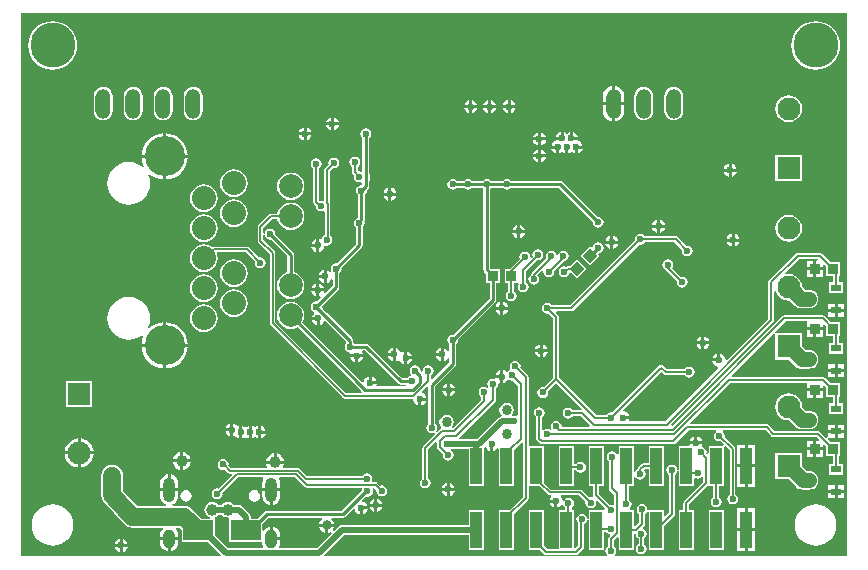
<source format=gbl>
G04*
G04 #@! TF.GenerationSoftware,Altium Limited,Altium Designer,19.1.9 (167)*
G04*
G04 Layer_Physical_Order=2*
G04 Layer_Color=16711680*
%FSLAX25Y25*%
%MOIN*%
G70*
G01*
G75*
%ADD11C,0.01000*%
%ADD14C,0.00600*%
%ADD53R,0.03543X0.02362*%
%ADD57R,0.09843X0.06693*%
%ADD66P,0.04733X4X90.0*%
%ADD67R,0.03347X0.03347*%
%ADD76C,0.02000*%
%ADD77C,0.00800*%
%ADD78C,0.06000*%
%ADD79C,0.05000*%
%ADD80O,0.05000X0.10000*%
%ADD81C,0.08000*%
%ADD82C,0.07874*%
%ADD83C,0.13386*%
%ADD84O,0.03937X0.06299*%
%ADD85O,0.03937X0.08268*%
%ADD86R,0.07677X0.07677*%
%ADD87C,0.07677*%
%ADD88C,0.03400*%
%ADD89C,0.15000*%
%ADD90C,0.02362*%
%ADD91C,0.03937*%
%ADD92C,0.03150*%
%ADD93R,0.03937X0.12205*%
G36*
X275590Y157D02*
X198198D01*
X198060Y454D01*
X198012Y657D01*
X198378Y1205D01*
X198516Y1900D01*
X198378Y2595D01*
X197984Y3184D01*
X197720Y3361D01*
Y5393D01*
X198820Y6493D01*
X199282Y6302D01*
Y2353D01*
X204419D01*
Y7729D01*
X204633Y7803D01*
X205130Y7471D01*
X205222Y7005D01*
X205616Y6416D01*
X205982Y6171D01*
Y4296D01*
X205516Y3984D01*
X205122Y3395D01*
X204984Y2700D01*
X205122Y2005D01*
X205516Y1416D01*
X206105Y1022D01*
X206800Y884D01*
X207495Y1022D01*
X208084Y1416D01*
X208478Y2005D01*
X208616Y2700D01*
X208478Y3395D01*
X208084Y3984D01*
X207818Y4162D01*
Y6171D01*
X208184Y6416D01*
X208578Y7005D01*
X208716Y7700D01*
X208578Y8395D01*
X208184Y8984D01*
X207614Y9365D01*
X207547Y9423D01*
X207439Y9897D01*
X207821Y10279D01*
X208042Y10610D01*
X208120Y11000D01*
Y14339D01*
X208384Y14516D01*
X208778Y15105D01*
X208782Y15126D01*
X209282Y15077D01*
Y2353D01*
X214419D01*
Y10182D01*
X217721Y13484D01*
X217942Y13814D01*
X218020Y14205D01*
Y27439D01*
X218284Y27616D01*
X218678Y28205D01*
X218756Y28597D01*
X218782Y28729D01*
X219282Y28679D01*
Y23613D01*
X224419D01*
Y26079D01*
X224919Y26347D01*
X225105Y26222D01*
X225800Y26084D01*
X226495Y26222D01*
X227084Y26616D01*
X227582Y26462D01*
Y25080D01*
X221201Y18699D01*
X221003Y18402D01*
X220933Y18050D01*
Y15757D01*
X219282D01*
Y2353D01*
X224419D01*
Y15757D01*
X222768D01*
Y17670D01*
X228782Y23684D01*
X229282Y23613D01*
Y23613D01*
X229282Y23613D01*
X230882D01*
Y19829D01*
X230516Y19584D01*
X230122Y18995D01*
X229984Y18300D01*
X230122Y17605D01*
X230516Y17016D01*
X231105Y16622D01*
X231800Y16484D01*
X232495Y16622D01*
X233084Y17016D01*
X233478Y17605D01*
X233616Y18300D01*
X233478Y18995D01*
X233084Y19584D01*
X232718Y19829D01*
Y23613D01*
X234419D01*
Y36605D01*
X234419Y36776D01*
X234919Y36983D01*
X236382Y35520D01*
Y20829D01*
X236016Y20584D01*
X235622Y19995D01*
X235484Y19300D01*
X235622Y18605D01*
X236016Y18016D01*
X236605Y17622D01*
X237300Y17484D01*
X237995Y17622D01*
X238584Y18016D01*
X238978Y18605D01*
X239116Y19300D01*
X238978Y19995D01*
X238584Y20584D01*
X238218Y20829D01*
Y35900D01*
X238148Y36251D01*
X237949Y36549D01*
X234630Y39868D01*
X234716Y40300D01*
X234578Y40995D01*
X234184Y41584D01*
X234040Y41680D01*
X234192Y42180D01*
X248278D01*
X250179Y40279D01*
X250510Y40058D01*
X250900Y39980D01*
X265429D01*
X266274Y39135D01*
X266083Y38673D01*
X265249D01*
Y36500D01*
X267422D01*
Y37334D01*
X267884Y37525D01*
X268578Y36831D01*
Y33727D01*
X270808D01*
Y31021D01*
X269456D01*
Y27459D01*
X274199D01*
Y31021D01*
X272847D01*
Y33727D01*
X273124D01*
Y38273D01*
X270020D01*
X269057Y39237D01*
X269264Y39737D01*
X269470Y39737D01*
X271328D01*
Y41418D01*
X269056D01*
Y40182D01*
X269056Y39944D01*
X268556Y39737D01*
X266572Y41721D01*
X266241Y41942D01*
X265851Y42020D01*
X251322D01*
X249421Y43921D01*
X249090Y44142D01*
X248700Y44220D01*
X223335D01*
X223144Y44682D01*
X236442Y57980D01*
X262076D01*
Y56200D01*
X267422D01*
Y57034D01*
X267884Y57225D01*
X268578Y56531D01*
Y53427D01*
X270808D01*
Y51179D01*
X269456D01*
Y47617D01*
X274199D01*
Y51179D01*
X272847D01*
Y53427D01*
X273124D01*
Y57973D01*
X270020D01*
X268272Y59721D01*
X267941Y59942D01*
X267551Y60020D01*
X237155D01*
X236964Y60482D01*
X251069Y74587D01*
X251561Y74372D01*
X251561Y74150D01*
Y65691D01*
X256017D01*
X258103Y63605D01*
X258103Y63605D01*
X258751Y63108D01*
X259505Y62795D01*
X259910Y62742D01*
X260314Y62689D01*
X260314Y62689D01*
X262772D01*
X263582Y62795D01*
X264336Y63108D01*
X264983Y63605D01*
X265480Y64252D01*
X265793Y65006D01*
X265899Y65816D01*
X265793Y66625D01*
X265480Y67379D01*
X264983Y68027D01*
X264336Y68524D01*
X263582Y68836D01*
X262772Y68942D01*
X261610D01*
X260439Y70113D01*
Y74569D01*
X252014D01*
X251758Y74569D01*
X251543Y75061D01*
X254963Y78480D01*
X262076D01*
Y76500D01*
X267422D01*
Y77334D01*
X267884Y77525D01*
X268578Y76831D01*
Y73727D01*
X270808D01*
Y71337D01*
X269456D01*
Y67775D01*
X274199D01*
Y71337D01*
X272847D01*
Y73727D01*
X273124D01*
Y78273D01*
X270020D01*
X268072Y80221D01*
X267741Y80442D01*
X267351Y80520D01*
X254540D01*
X254150Y80442D01*
X253819Y80221D01*
X217177Y43578D01*
X216958Y43609D01*
X216781Y44139D01*
X250921Y78279D01*
X251142Y78610D01*
X251220Y79000D01*
Y88451D01*
X251720Y88550D01*
X252123Y87577D01*
X252834Y86649D01*
X253762Y85938D01*
X254841Y85491D01*
X256000Y85338D01*
X256425Y85394D01*
X258057Y83763D01*
X258057Y83763D01*
X258704Y83266D01*
X259146Y83083D01*
X259458Y82953D01*
X259863Y82900D01*
X260267Y82847D01*
X260268Y82847D01*
X262772D01*
X263582Y82953D01*
X264336Y83266D01*
X264983Y83763D01*
X265480Y84410D01*
X265793Y85164D01*
X265899Y85974D01*
X265793Y86783D01*
X265480Y87537D01*
X264983Y88184D01*
X264336Y88681D01*
X263582Y88994D01*
X262772Y89100D01*
X261563D01*
X260421Y90242D01*
X260324Y90974D01*
X259877Y92053D01*
X259166Y92981D01*
X258238Y93692D01*
X257159Y94139D01*
X256000Y94292D01*
X254975Y94157D01*
X254704Y94594D01*
X259391Y99280D01*
X265793D01*
X265865Y99173D01*
X265597Y98673D01*
X265249D01*
Y96500D01*
X267422D01*
Y97334D01*
X267884Y97525D01*
X268578Y96831D01*
Y93727D01*
X270808D01*
Y91495D01*
X269456D01*
Y87932D01*
X274199D01*
Y91495D01*
X272847D01*
Y93727D01*
X273124D01*
Y98273D01*
X270020D01*
X267272Y101021D01*
X266941Y101242D01*
X266551Y101320D01*
X258969D01*
X258578Y101242D01*
X258248Y101021D01*
X249479Y92252D01*
X249258Y91922D01*
X249180Y91531D01*
Y79422D01*
X235395Y65636D01*
X234885Y65834D01*
X234755Y66488D01*
X234273Y67210D01*
X233551Y67692D01*
X233200Y67762D01*
Y65637D01*
X232700D01*
Y65137D01*
X230576D01*
X230645Y64786D01*
X231128Y64065D01*
X231849Y63583D01*
X232504Y63453D01*
X232701Y62943D01*
X214897Y45138D01*
X203203D01*
X202892Y45638D01*
X202924Y45800D01*
X200800D01*
Y46800D01*
X202924D01*
X202854Y47151D01*
X202373Y47872D01*
X201651Y48355D01*
X201028Y48479D01*
X200846Y49004D01*
X213500Y61658D01*
X214279Y60879D01*
X214610Y60658D01*
X215000Y60580D01*
X221332D01*
X221508Y60316D01*
X222097Y59922D01*
X222793Y59784D01*
X223487Y59922D01*
X224077Y60316D01*
X224470Y60905D01*
X224608Y61600D01*
X224470Y62295D01*
X224077Y62884D01*
X223487Y63278D01*
X222793Y63416D01*
X222097Y63278D01*
X221508Y62884D01*
X221332Y62620D01*
X215422D01*
X214221Y63821D01*
X213890Y64042D01*
X213500Y64120D01*
X213110Y64042D01*
X212779Y63821D01*
X197112Y48154D01*
X196800Y48216D01*
X196105Y48078D01*
X195516Y47684D01*
X195339Y47420D01*
X191922D01*
X179520Y59822D01*
Y80000D01*
X179442Y80390D01*
X179221Y80721D01*
X178524Y81419D01*
X178715Y81880D01*
X183600D01*
X183990Y81958D01*
X184321Y82179D01*
X206288Y104146D01*
X206600Y104084D01*
X207295Y104222D01*
X207884Y104616D01*
X208061Y104880D01*
X217878D01*
X220446Y102312D01*
X220384Y102000D01*
X220522Y101305D01*
X220916Y100716D01*
X221505Y100322D01*
X222200Y100184D01*
X222895Y100322D01*
X223484Y100716D01*
X223878Y101305D01*
X224016Y102000D01*
X223878Y102695D01*
X223484Y103284D01*
X222895Y103678D01*
X222200Y103816D01*
X221888Y103754D01*
X219021Y106621D01*
X218690Y106842D01*
X218300Y106920D01*
X208061D01*
X207884Y107184D01*
X207295Y107578D01*
X206600Y107716D01*
X205905Y107578D01*
X205316Y107184D01*
X204922Y106595D01*
X204784Y105900D01*
X204846Y105588D01*
X183178Y83920D01*
X177061D01*
X176884Y84184D01*
X176295Y84578D01*
X175600Y84716D01*
X174905Y84578D01*
X174316Y84184D01*
X173922Y83595D01*
X173784Y82900D01*
X173922Y82205D01*
X174316Y81616D01*
X174905Y81222D01*
X175600Y81084D01*
X175912Y81146D01*
X177480Y79578D01*
Y59722D01*
X174312Y56554D01*
X174000Y56616D01*
X173305Y56478D01*
X172716Y56084D01*
X172322Y55495D01*
X172184Y54800D01*
X172322Y54105D01*
X172716Y53516D01*
X173305Y53122D01*
X174000Y52984D01*
X174695Y53122D01*
X175284Y53516D01*
X175678Y54105D01*
X175816Y54800D01*
X175754Y55112D01*
X178550Y57908D01*
X187039Y49420D01*
X186831Y48920D01*
X183961D01*
X183784Y49184D01*
X183195Y49578D01*
X182500Y49716D01*
X181805Y49578D01*
X181216Y49184D01*
X180822Y48595D01*
X180684Y47900D01*
X180822Y47205D01*
X181216Y46616D01*
X181805Y46222D01*
X182500Y46084D01*
X183195Y46222D01*
X183784Y46616D01*
X183961Y46880D01*
X186778D01*
X189777Y43881D01*
X189585Y43420D01*
X180382D01*
X180316Y43500D01*
X180178Y44195D01*
X179784Y44784D01*
X179195Y45178D01*
X178500Y45316D01*
X177805Y45178D01*
X177216Y44784D01*
X176822Y44195D01*
X176684Y43500D01*
X176822Y42805D01*
X176917Y42664D01*
X176556Y42303D01*
X176295Y42478D01*
X175600Y42616D01*
X174905Y42478D01*
X174420Y42153D01*
X174052Y42278D01*
X173920Y42375D01*
Y46639D01*
X174184Y46816D01*
X174578Y47405D01*
X174716Y48100D01*
X174578Y48795D01*
X174184Y49384D01*
X173595Y49778D01*
X172900Y49916D01*
X172205Y49778D01*
X171616Y49384D01*
X171222Y48795D01*
X171084Y48100D01*
X171222Y47405D01*
X171616Y46816D01*
X171880Y46639D01*
Y39400D01*
X171958Y39010D01*
X172179Y38679D01*
X172979Y37879D01*
X173310Y37658D01*
X173700Y37580D01*
X217600D01*
X217990Y37658D01*
X218321Y37879D01*
X222622Y42180D01*
X231608D01*
X231760Y41680D01*
X231616Y41584D01*
X231222Y40995D01*
X231084Y40300D01*
X231222Y39605D01*
X231616Y39016D01*
X232205Y38622D01*
X232900Y38484D01*
X233332Y38570D01*
X234385Y37517D01*
X234178Y37017D01*
X234019Y37017D01*
X229282D01*
Y34585D01*
X228782Y34361D01*
X228567Y34554D01*
X228616Y34800D01*
X228478Y35495D01*
X228084Y36084D01*
X227495Y36478D01*
X227329Y36511D01*
X227099Y37066D01*
X227155Y37149D01*
X227224Y37500D01*
X222958D01*
X222578Y37017D01*
X219282D01*
Y29121D01*
X218782Y29072D01*
X218756Y29203D01*
X218678Y29595D01*
X218284Y30184D01*
X217695Y30578D01*
X217000Y30716D01*
X216305Y30578D01*
X215716Y30184D01*
X215322Y29595D01*
X215184Y28900D01*
X215322Y28205D01*
X215716Y27616D01*
X215980Y27439D01*
Y14627D01*
X214881Y13528D01*
X214419Y13719D01*
Y15757D01*
X209395D01*
X209261Y15769D01*
X208878Y15990D01*
X208778Y16495D01*
X208384Y17084D01*
X207795Y17478D01*
X207100Y17616D01*
X206405Y17478D01*
X205816Y17084D01*
X205422Y16495D01*
X205284Y15800D01*
X205422Y15105D01*
X205816Y14516D01*
X206080Y14339D01*
Y11422D01*
X204919Y10261D01*
X204419Y10468D01*
Y15757D01*
X203398D01*
X203260Y16054D01*
X203212Y16258D01*
X203578Y16805D01*
X203716Y17500D01*
X203578Y18195D01*
X203184Y18784D01*
X202870Y18994D01*
Y23613D01*
X204419D01*
Y26609D01*
X204919Y26760D01*
X205216Y26316D01*
X205805Y25922D01*
X206500Y25784D01*
X207195Y25922D01*
X207784Y26316D01*
X208178Y26905D01*
X208316Y27600D01*
X208178Y28295D01*
X207784Y28884D01*
X207770Y29028D01*
X208122Y29380D01*
X209282D01*
Y23613D01*
X214419D01*
Y37017D01*
X209282D01*
Y31420D01*
X207700D01*
X207310Y31342D01*
X206979Y31121D01*
X205863Y30005D01*
X205642Y29674D01*
X205564Y29284D01*
Y29117D01*
X205216Y28884D01*
X204919Y28440D01*
X204419Y28591D01*
Y37017D01*
X199282D01*
Y34390D01*
X198782Y34238D01*
X198484Y34684D01*
X197895Y35078D01*
X197200Y35216D01*
X196505Y35078D01*
X195916Y34684D01*
X195522Y34095D01*
X195384Y33400D01*
X195522Y32705D01*
X195916Y32116D01*
X196180Y31939D01*
Y22811D01*
X196258Y22421D01*
X196479Y22090D01*
X197862Y20708D01*
Y17596D01*
X197471Y17388D01*
X197362Y17384D01*
X196700Y17516D01*
X196388Y17454D01*
X192870Y20972D01*
Y23613D01*
X194419D01*
Y37017D01*
X189282D01*
Y23613D01*
X190831D01*
Y20550D01*
X190899Y20208D01*
X190879Y20167D01*
X190775Y20031D01*
X190542Y19808D01*
X190000Y19916D01*
X189568Y19830D01*
X187249Y22149D01*
X186951Y22348D01*
X186600Y22418D01*
X176780D01*
X174436Y24761D01*
Y29946D01*
X174419Y30035D01*
Y37017D01*
X169320D01*
Y60040D01*
X169242Y60431D01*
X169021Y60761D01*
X166595Y63188D01*
X166656Y63500D01*
X166518Y64195D01*
X166125Y64784D01*
X165535Y65178D01*
X164841Y65316D01*
X164146Y65178D01*
X163556Y64784D01*
X163163Y64195D01*
X163025Y63500D01*
X163163Y62805D01*
X163264Y62653D01*
X163101Y62259D01*
X162988Y62167D01*
X162473Y61823D01*
X161972Y61673D01*
X161251Y62155D01*
X160900Y62224D01*
Y60100D01*
Y57976D01*
X161251Y58046D01*
X161972Y58527D01*
X162231Y58914D01*
X162721Y59012D01*
X163005Y58822D01*
X163700Y58684D01*
X164012Y58746D01*
X165680Y57078D01*
Y47216D01*
X165270Y46936D01*
X165180Y46950D01*
X164500Y47085D01*
X164067Y46999D01*
X163794Y47455D01*
X164214Y48083D01*
X164396Y49000D01*
X164214Y49917D01*
X163694Y50694D01*
X162917Y51214D01*
X162000Y51396D01*
X161083Y51214D01*
X160306Y50694D01*
X159786Y49917D01*
X159604Y49000D01*
X159786Y48083D01*
X160275Y47352D01*
X160235Y47096D01*
X160140Y46815D01*
X159945Y46777D01*
X159416Y46423D01*
X152224Y39231D01*
X146380D01*
X146173Y39731D01*
X158121Y51679D01*
X158342Y52010D01*
X158420Y52400D01*
Y56139D01*
X158684Y56316D01*
X159078Y56905D01*
X159216Y57600D01*
X159201Y57677D01*
X159351Y57836D01*
X159641Y58027D01*
X159900Y57976D01*
Y59600D01*
X158109D01*
X157819Y59333D01*
X157400Y59416D01*
X156705Y59278D01*
X156116Y58884D01*
X155722Y58295D01*
X155584Y57600D01*
X155722Y56905D01*
X155857Y56703D01*
X155497Y56343D01*
X155145Y56578D01*
X154450Y56716D01*
X153755Y56578D01*
X153166Y56184D01*
X152772Y55595D01*
X152634Y54900D01*
X152772Y54205D01*
X153166Y53616D01*
X153430Y53439D01*
Y52372D01*
X144158Y43100D01*
X143771Y43418D01*
X143770Y43420D01*
X144214Y44083D01*
X144396Y45000D01*
X144214Y45917D01*
X143694Y46694D01*
X142917Y47214D01*
X142000Y47396D01*
X141083Y47214D01*
X140306Y46694D01*
X139786Y45917D01*
X139604Y45000D01*
X139786Y44083D01*
X140256Y43381D01*
X140189Y43029D01*
X140110Y42842D01*
X139779Y42621D01*
X138909Y41750D01*
X138520Y42069D01*
X138678Y42305D01*
X138816Y43000D01*
X138678Y43695D01*
X138284Y44284D01*
X138122Y44393D01*
Y56935D01*
X144793Y63607D01*
X144793Y63607D01*
X145036Y63971D01*
X145122Y64400D01*
Y70907D01*
X145284Y71016D01*
X145678Y71605D01*
X145816Y72300D01*
X145778Y72492D01*
X158242Y84956D01*
X158242Y84956D01*
X158485Y85320D01*
X158570Y85749D01*
Y91427D01*
X159722D01*
Y95973D01*
X156762D01*
X156470Y96265D01*
Y122757D01*
X156632Y122866D01*
X156741Y123029D01*
X160658D01*
X160766Y122866D01*
X161355Y122472D01*
X162050Y122334D01*
X162745Y122472D01*
X163334Y122866D01*
X163443Y123029D01*
X179385D01*
X190722Y111692D01*
X190684Y111500D01*
X190822Y110805D01*
X191216Y110216D01*
X191805Y109822D01*
X192500Y109684D01*
X193195Y109822D01*
X193784Y110216D01*
X194178Y110805D01*
X194316Y111500D01*
X194178Y112195D01*
X193784Y112784D01*
X193195Y113178D01*
X192500Y113316D01*
X192308Y113278D01*
X180643Y124943D01*
X180279Y125186D01*
X179850Y125272D01*
X179850Y125272D01*
X163443D01*
X163334Y125434D01*
X162745Y125828D01*
X162050Y125966D01*
X161355Y125828D01*
X160766Y125434D01*
X160658Y125272D01*
X156741D01*
X156632Y125434D01*
X156043Y125828D01*
X155348Y125966D01*
X154653Y125828D01*
X154064Y125434D01*
X153955Y125272D01*
X150541D01*
X150432Y125434D01*
X149843Y125828D01*
X149148Y125966D01*
X148453Y125828D01*
X147864Y125434D01*
X147756Y125272D01*
X145393D01*
X145284Y125434D01*
X144695Y125828D01*
X144000Y125966D01*
X143305Y125828D01*
X142716Y125434D01*
X142322Y124845D01*
X142184Y124150D01*
X142322Y123455D01*
X142716Y122866D01*
X143305Y122472D01*
X144000Y122334D01*
X144695Y122472D01*
X145284Y122866D01*
X145393Y123029D01*
X147756D01*
X147864Y122866D01*
X148453Y122472D01*
X149148Y122334D01*
X149843Y122472D01*
X150432Y122866D01*
X150541Y123029D01*
X153955D01*
X154064Y122866D01*
X154227Y122757D01*
Y95801D01*
X154227Y95801D01*
X154312Y95371D01*
X154555Y95007D01*
X155176Y94387D01*
Y91427D01*
X156327D01*
Y86213D01*
X144192Y74078D01*
X144000Y74116D01*
X143305Y73978D01*
X142716Y73584D01*
X142322Y72995D01*
X142184Y72300D01*
X142322Y71605D01*
X142716Y71016D01*
X142878Y70907D01*
Y68766D01*
X142378Y68615D01*
X142072Y69073D01*
X141351Y69555D01*
X141000Y69624D01*
Y67500D01*
Y65376D01*
X141351Y65446D01*
X142072Y65927D01*
X142378Y66385D01*
X142878Y66234D01*
Y64865D01*
X137180Y59166D01*
X136718Y59357D01*
Y60571D01*
X137084Y60816D01*
X137478Y61405D01*
X137616Y62100D01*
X137478Y62795D01*
X137084Y63384D01*
X136495Y63778D01*
X135800Y63916D01*
X135105Y63778D01*
X134516Y63384D01*
X134122Y62795D01*
X133984Y62100D01*
X134020Y61920D01*
X133569Y61684D01*
X133292Y61938D01*
X133316Y62057D01*
X133178Y62752D01*
X132784Y63341D01*
X132195Y63735D01*
X131500Y63873D01*
X130805Y63735D01*
X130216Y63341D01*
X129822Y62752D01*
X129684Y62057D01*
X129822Y61362D01*
X130216Y60773D01*
X130069Y60270D01*
X129605Y60178D01*
X129016Y59784D01*
X128907Y59622D01*
X127165D01*
X115993Y70793D01*
X115629Y71036D01*
X115200Y71122D01*
X115200Y71122D01*
X111193D01*
X111084Y71284D01*
X110922Y71393D01*
Y72100D01*
X110922Y72100D01*
X110836Y72529D01*
X110593Y72893D01*
X110593Y72893D01*
X102326Y81160D01*
X102274Y81238D01*
X102274Y81238D01*
X100938Y82574D01*
X100860Y82626D01*
X100278Y83208D01*
X100316Y83400D01*
X100278Y83592D01*
X105944Y89258D01*
X105944Y89258D01*
X106187Y89622D01*
X106273Y90051D01*
X106273Y90051D01*
Y94656D01*
X106435Y94765D01*
X106829Y95354D01*
X106967Y96049D01*
X106929Y96241D01*
X113693Y103005D01*
X113693Y103005D01*
X113936Y103368D01*
X114022Y103798D01*
X114022Y103798D01*
Y109907D01*
X114184Y110016D01*
X114578Y110605D01*
X114716Y111300D01*
X114600Y111885D01*
X114636Y111939D01*
X114722Y112369D01*
X114722Y112369D01*
Y120707D01*
X114884Y120816D01*
X115278Y121405D01*
X115416Y122100D01*
X115378Y122292D01*
X115793Y122707D01*
X115793Y122707D01*
X116036Y123071D01*
X116122Y123500D01*
X116122Y123500D01*
Y125169D01*
X116217Y125312D01*
X116303Y125742D01*
Y127631D01*
X116217Y128061D01*
X116122Y128204D01*
Y139658D01*
X116284Y139767D01*
X116678Y140356D01*
X116816Y141051D01*
X116678Y141746D01*
X116284Y142335D01*
X115695Y142729D01*
X115000Y142867D01*
X114305Y142729D01*
X113716Y142335D01*
X113322Y141746D01*
X113184Y141051D01*
X113322Y140356D01*
X113716Y139767D01*
X113878Y139658D01*
Y128730D01*
X113378Y128407D01*
X112900Y128503D01*
X112775Y128478D01*
X112318Y128867D01*
Y130071D01*
X112684Y130316D01*
X113078Y130905D01*
X113216Y131600D01*
X113078Y132295D01*
X112684Y132884D01*
X112095Y133278D01*
X111400Y133416D01*
X110705Y133278D01*
X110116Y132884D01*
X109722Y132295D01*
X109584Y131600D01*
X109722Y130905D01*
X110116Y130316D01*
X110482Y130071D01*
Y128200D01*
X110552Y127849D01*
X110751Y127551D01*
X111172Y127130D01*
X111084Y126687D01*
X111222Y125992D01*
X111616Y125402D01*
X112205Y125009D01*
X112900Y124871D01*
X113378Y124966D01*
X113878Y124643D01*
Y124370D01*
X113600Y123916D01*
X112905Y123778D01*
X112316Y123384D01*
X111922Y122795D01*
X111784Y122100D01*
X111922Y121405D01*
X112316Y120816D01*
X112478Y120707D01*
Y113032D01*
X112205Y112978D01*
X111616Y112584D01*
X111222Y111995D01*
X111084Y111300D01*
X111222Y110605D01*
X111616Y110016D01*
X111778Y109907D01*
Y104262D01*
X105343Y97827D01*
X105151Y97865D01*
X104456Y97727D01*
X103867Y97333D01*
X103473Y96744D01*
X103335Y96049D01*
X103473Y95354D01*
X103073Y95073D01*
X102351Y95555D01*
X102000Y95624D01*
Y93500D01*
Y91376D01*
X102351Y91445D01*
X103073Y91927D01*
X103530Y92612D01*
X103566Y92616D01*
X104030Y92309D01*
Y90516D01*
X101504Y87990D01*
X101079Y88272D01*
X101124Y88500D01*
X99500D01*
Y86876D01*
X99728Y86921D01*
X100010Y86496D01*
X98692Y85178D01*
X98500Y85216D01*
X97805Y85078D01*
X97216Y84684D01*
X96822Y84095D01*
X96684Y83400D01*
X96822Y82705D01*
X97216Y82116D01*
X97752Y81757D01*
X97816Y81485D01*
X97830Y81208D01*
X97628Y81072D01*
X97145Y80351D01*
X97076Y80000D01*
X99200D01*
Y79500D01*
X99700D01*
Y77376D01*
X100051Y77446D01*
X100773Y77928D01*
X101136Y78471D01*
X101716Y78598D01*
X108488Y71826D01*
X108516Y71284D01*
X108122Y70695D01*
X107984Y70000D01*
X108122Y69305D01*
X108516Y68716D01*
X109105Y68322D01*
X109594Y68225D01*
X109693Y68120D01*
X109894Y67786D01*
X109915Y67697D01*
X109876Y67500D01*
X114124D01*
X114055Y67851D01*
X113702Y68378D01*
X113946Y68878D01*
X114735D01*
X125907Y57707D01*
X125907Y57707D01*
X126271Y57464D01*
X126700Y57378D01*
X126700Y57378D01*
X128413D01*
X128440Y57340D01*
X128178Y56840D01*
X118904D01*
X118593Y57341D01*
X118624Y57500D01*
X116500D01*
Y58000D01*
X116000D01*
Y60124D01*
X115649Y60054D01*
X114927Y59572D01*
X114445Y58851D01*
X114362Y58431D01*
X113819Y58267D01*
X93940Y78146D01*
X93979Y78196D01*
X94436Y79300D01*
X94592Y80484D01*
X94436Y81669D01*
X93979Y82772D01*
X93252Y83720D01*
X92304Y84447D01*
X91200Y84904D01*
X90016Y85061D01*
X88831Y84904D01*
X87728Y84447D01*
X86780Y83720D01*
X86053Y82772D01*
X85596Y81669D01*
X85440Y80484D01*
X85596Y79300D01*
X86053Y78196D01*
X86780Y77249D01*
X87728Y76521D01*
X88831Y76064D01*
X90016Y75908D01*
X91200Y76064D01*
X92304Y76521D01*
X92354Y76560D01*
X113796Y55118D01*
X113589Y54618D01*
X108480D01*
X84918Y78180D01*
Y101300D01*
X84848Y101651D01*
X84649Y101949D01*
X80818Y105780D01*
Y107382D01*
X81318Y107431D01*
X81345Y107294D01*
X81422Y106905D01*
X81816Y106316D01*
X82405Y105922D01*
X83100Y105784D01*
X83292Y105822D01*
X88894Y100220D01*
Y94913D01*
X88831Y94905D01*
X87728Y94447D01*
X86780Y93720D01*
X86053Y92772D01*
X85596Y91669D01*
X85440Y90484D01*
X85596Y89300D01*
X86053Y88196D01*
X86780Y87248D01*
X87728Y86521D01*
X88831Y86064D01*
X90016Y85908D01*
X91200Y86064D01*
X92304Y86521D01*
X93252Y87248D01*
X93979Y88196D01*
X94436Y89300D01*
X94592Y90484D01*
X94436Y91669D01*
X93979Y92772D01*
X93252Y93720D01*
X92304Y94447D01*
X91200Y94905D01*
X91137Y94913D01*
Y100684D01*
X91137Y100684D01*
X91052Y101113D01*
X90809Y101477D01*
X90809Y101477D01*
X84878Y107408D01*
X84916Y107600D01*
X84778Y108295D01*
X84384Y108884D01*
X83795Y109278D01*
X83100Y109416D01*
X82405Y109278D01*
X81816Y108884D01*
X81422Y108295D01*
X81345Y107905D01*
X81318Y107769D01*
X80818Y107818D01*
Y109620D01*
X83796Y112598D01*
X85561D01*
X85596Y112331D01*
X86053Y111228D01*
X86780Y110280D01*
X87728Y109553D01*
X88831Y109096D01*
X90016Y108940D01*
X91200Y109096D01*
X92304Y109553D01*
X93252Y110280D01*
X93979Y111228D01*
X94436Y112331D01*
X94592Y113516D01*
X94436Y114700D01*
X93979Y115804D01*
X93252Y116752D01*
X92304Y117479D01*
X91200Y117936D01*
X90016Y118092D01*
X88831Y117936D01*
X87728Y117479D01*
X86780Y116752D01*
X86053Y115804D01*
X85596Y114700D01*
X85561Y114433D01*
X83416D01*
X83065Y114364D01*
X82767Y114165D01*
X79251Y110649D01*
X79052Y110351D01*
X78982Y110000D01*
Y105400D01*
X79052Y105049D01*
X79251Y104751D01*
X83082Y100920D01*
Y77800D01*
X83152Y77449D01*
X83351Y77151D01*
X107451Y53051D01*
X107749Y52852D01*
X108100Y52782D01*
X130403D01*
X130876Y52600D01*
X131045Y51749D01*
X131527Y51028D01*
X132249Y50545D01*
X132600Y50476D01*
Y52600D01*
X133100D01*
Y53100D01*
X135224D01*
X135154Y53451D01*
X134672Y54172D01*
X133951Y54655D01*
X133769Y54691D01*
X133624Y55169D01*
X135378Y56924D01*
X135878Y56717D01*
Y44393D01*
X135716Y44284D01*
X135322Y43695D01*
X135184Y43000D01*
X135322Y42305D01*
X135716Y41716D01*
X136305Y41322D01*
X137000Y41184D01*
X137695Y41322D01*
X137931Y41480D01*
X138250Y41091D01*
X134179Y37021D01*
X133958Y36690D01*
X133880Y36300D01*
Y26161D01*
X133616Y25984D01*
X133222Y25395D01*
X133084Y24700D01*
X133222Y24005D01*
X133616Y23416D01*
X134205Y23022D01*
X134900Y22884D01*
X135595Y23022D01*
X136184Y23416D01*
X136578Y24005D01*
X136716Y24700D01*
X136578Y25395D01*
X136184Y25984D01*
X135920Y26161D01*
Y35878D01*
X138180Y38138D01*
X138680Y37931D01*
Y36700D01*
X138758Y36310D01*
X138979Y35979D01*
X140746Y34212D01*
X140684Y33900D01*
X140822Y33205D01*
X141216Y32616D01*
X141805Y32222D01*
X142500Y32084D01*
X143195Y32222D01*
X143784Y32616D01*
X144178Y33205D01*
X144316Y33900D01*
X144178Y34595D01*
X143784Y35184D01*
X143358Y35469D01*
X143510Y35969D01*
X149282D01*
Y23613D01*
X154419D01*
Y36426D01*
X154898Y36715D01*
X154953Y36638D01*
X155428Y35928D01*
X156149Y35445D01*
X156500Y35376D01*
Y37500D01*
X157500D01*
Y35376D01*
X157851Y35445D01*
X158572Y35928D01*
X158782Y36241D01*
X159282Y36089D01*
Y23613D01*
X164419D01*
Y35677D01*
X166818Y38076D01*
X167280Y37885D01*
Y20022D01*
X163016Y15757D01*
X159282D01*
Y2353D01*
X164419D01*
Y14277D01*
X169021Y18879D01*
X169242Y19210D01*
X169320Y19600D01*
Y23613D01*
X172990D01*
X175751Y20851D01*
X176049Y20652D01*
X176400Y20582D01*
X176610D01*
X176767Y20082D01*
X176346Y19451D01*
X176276Y19100D01*
X178400D01*
Y18600D01*
X178900D01*
Y16476D01*
X179251Y16545D01*
X179973Y17028D01*
X180323Y17553D01*
X180854Y17447D01*
X180922Y17105D01*
X181316Y16516D01*
X181580Y16339D01*
Y15757D01*
X179282D01*
Y2720D01*
X175522D01*
X174439Y3803D01*
Y4200D01*
X174419Y4298D01*
Y15757D01*
X169282D01*
Y2353D01*
X173005D01*
X174379Y979D01*
X174710Y758D01*
X175100Y680D01*
X185200D01*
X185590Y758D01*
X185921Y979D01*
X187621Y2679D01*
X187842Y3010D01*
X187920Y3400D01*
Y10972D01*
X188284Y11216D01*
X188678Y11805D01*
X188782Y12329D01*
X189282Y12279D01*
Y2353D01*
X194419D01*
Y8280D01*
X195239D01*
X195416Y8016D01*
X196005Y7622D01*
X196299Y7564D01*
X196464Y7021D01*
X195979Y6536D01*
X195758Y6206D01*
X195680Y5816D01*
Y3361D01*
X195416Y3184D01*
X195022Y2595D01*
X194884Y1900D01*
X195022Y1205D01*
X195388Y657D01*
X195340Y454D01*
X195202Y157D01*
X101218D01*
X101026Y619D01*
X107831Y7424D01*
X149282D01*
Y2353D01*
X154419D01*
Y15757D01*
X149282D01*
Y10687D01*
X107155D01*
X106531Y10562D01*
X106002Y10209D01*
X104500Y8707D01*
X104123Y9037D01*
X104249Y9201D01*
X104508Y9828D01*
X104531Y10000D01*
X102500D01*
Y7969D01*
X102672Y7992D01*
X103298Y8251D01*
X103463Y8377D01*
X103793Y8000D01*
X98675Y2882D01*
X86318D01*
X86302Y2915D01*
X86126Y3382D01*
X86400Y4044D01*
X86502Y4819D01*
Y5500D01*
X83508D01*
Y6000D01*
X83008D01*
Y10109D01*
X82733Y10073D01*
X82011Y9774D01*
X81391Y9298D01*
X80995Y8783D01*
X80541Y8887D01*
X80495Y8912D01*
Y11109D01*
X82465Y13079D01*
X100309D01*
X100479Y12578D01*
X100164Y12336D01*
X99751Y11799D01*
X99492Y11172D01*
X99469Y11000D01*
X104531D01*
X104508Y11172D01*
X104249Y11799D01*
X103836Y12336D01*
X103521Y12578D01*
X103691Y13079D01*
X107400D01*
X107400Y13078D01*
X107829Y13164D01*
X108193Y13407D01*
X110819Y16033D01*
X111362Y15869D01*
X111445Y15449D01*
X111927Y14728D01*
X112649Y14245D01*
X113000Y14176D01*
Y16300D01*
X113500D01*
Y16800D01*
X115624D01*
X115554Y17151D01*
X115073Y17873D01*
X114351Y18355D01*
X113931Y18438D01*
X113767Y18981D01*
X114991Y20205D01*
X115600Y20084D01*
X116295Y20222D01*
X116884Y20616D01*
X117278Y21205D01*
X117416Y21900D01*
X117278Y22593D01*
X117284Y22607D01*
X117505Y23035D01*
X117931Y23071D01*
X118570Y22432D01*
X118484Y22000D01*
X118622Y21305D01*
X119016Y20716D01*
X119605Y20322D01*
X120300Y20184D01*
X120995Y20322D01*
X121584Y20716D01*
X121978Y21305D01*
X122116Y22000D01*
X121978Y22695D01*
X121584Y23284D01*
X120995Y23678D01*
X120300Y23816D01*
X119868Y23730D01*
X118930Y24668D01*
X118632Y24867D01*
X118281Y24937D01*
X117295D01*
X117085Y25329D01*
X117084Y25436D01*
X117216Y26100D01*
X117078Y26795D01*
X116684Y27384D01*
X116095Y27778D01*
X115400Y27916D01*
X114705Y27778D01*
X114116Y27384D01*
X113871Y27018D01*
X95380D01*
X93058Y29339D01*
X92761Y29538D01*
X92409Y29608D01*
X87579D01*
X87357Y30057D01*
X87393Y30103D01*
X87692Y30825D01*
X87728Y31100D01*
X81872D01*
X81908Y30825D01*
X82207Y30103D01*
X82243Y30057D01*
X82021Y29608D01*
X70174D01*
X69261Y30521D01*
X69316Y30800D01*
X69178Y31495D01*
X68784Y32084D01*
X68195Y32478D01*
X67500Y32616D01*
X66805Y32478D01*
X66216Y32084D01*
X65822Y31495D01*
X65684Y30800D01*
X65822Y30105D01*
X66216Y29516D01*
X66805Y29122D01*
X67500Y28984D01*
X68086Y29101D01*
X69145Y28042D01*
X69443Y27843D01*
X69794Y27773D01*
X70338D01*
X70529Y27311D01*
X65948Y22730D01*
X65516Y22816D01*
X64821Y22678D01*
X64232Y22284D01*
X63838Y21695D01*
X63700Y21000D01*
X63838Y20305D01*
X64232Y19716D01*
X64821Y19322D01*
X65516Y19184D01*
X66211Y19322D01*
X66800Y19716D01*
X67194Y20305D01*
X67332Y21000D01*
X67246Y21432D01*
X72386Y26573D01*
X80698D01*
X80763Y26440D01*
X80896Y26073D01*
X80616Y25397D01*
X80514Y24622D01*
Y22957D01*
X83508D01*
X86502D01*
Y24622D01*
X86400Y25397D01*
X86120Y26073D01*
X86252Y26440D01*
X86318Y26573D01*
X91532D01*
X94735Y23370D01*
X95033Y23171D01*
X95384Y23101D01*
X113730D01*
X113966Y22660D01*
X113922Y22595D01*
X113851Y22237D01*
X106935Y15322D01*
X82000D01*
X82000Y15322D01*
X81571Y15236D01*
X81207Y14993D01*
X81207Y14993D01*
X78982Y12768D01*
X77820D01*
X77820Y12768D01*
X77712Y12746D01*
X76631D01*
Y13400D01*
X76507Y14024D01*
X76153Y14554D01*
X73853Y16853D01*
X73324Y17207D01*
X72700Y17331D01*
X70986D01*
X70832Y17532D01*
X70295Y17944D01*
X69670Y18202D01*
X69000Y18291D01*
X68330Y18202D01*
X67705Y17944D01*
X67168Y17532D01*
X67014Y17331D01*
X65850D01*
X65696Y17532D01*
X65160Y17944D01*
X64535Y18202D01*
X63864Y18291D01*
X63194Y18202D01*
X62569Y17944D01*
X62033Y17532D01*
X61621Y16995D01*
X61362Y16371D01*
X61274Y15700D01*
X61362Y15030D01*
X61621Y14405D01*
X62033Y13868D01*
X62569Y13456D01*
X63076Y13246D01*
X62976Y12746D01*
X60192D01*
X59872Y13163D01*
X59872Y13163D01*
X57068Y15968D01*
X56315Y16545D01*
X55440Y16907D01*
X54500Y17031D01*
X50685D01*
X50585Y17531D01*
X50989Y17698D01*
X51609Y18174D01*
X52085Y18794D01*
X52384Y19516D01*
X52486Y20291D01*
Y21957D01*
X49492D01*
X46498D01*
Y20291D01*
X46600Y19516D01*
X46899Y18794D01*
X47375Y18174D01*
X47995Y17698D01*
X48399Y17531D01*
X48300Y17031D01*
X38812D01*
X34131Y22085D01*
Y27100D01*
X34007Y28040D01*
X33645Y28916D01*
X33068Y29667D01*
X32315Y30245D01*
X31440Y30607D01*
X30500Y30731D01*
X29560Y30607D01*
X28684Y30245D01*
X27933Y29667D01*
X27355Y28916D01*
X26993Y28040D01*
X26869Y27100D01*
Y20661D01*
X26922Y20260D01*
X26959Y19856D01*
X26984Y19791D01*
X26993Y19722D01*
X27148Y19347D01*
X27288Y18967D01*
X27329Y18910D01*
X27355Y18846D01*
X27602Y18524D01*
X27836Y18194D01*
X34563Y10932D01*
X34616Y10888D01*
X34659Y10832D01*
X34980Y10586D01*
X35292Y10327D01*
X35355Y10298D01*
X35411Y10255D01*
X35785Y10100D01*
X36153Y9931D01*
X36222Y9919D01*
X36287Y9893D01*
X36688Y9840D01*
X37088Y9772D01*
X37157Y9778D01*
X37226Y9769D01*
X47215D01*
X47319Y9463D01*
X47352Y9269D01*
X46899Y8678D01*
X46600Y7956D01*
X46498Y7181D01*
Y6500D01*
X49492D01*
X52486D01*
Y7181D01*
X52384Y7956D01*
X52085Y8678D01*
X51632Y9269D01*
X51665Y9463D01*
X51769Y9769D01*
X52996D01*
X53682Y9083D01*
X53705Y8911D01*
Y4854D01*
X62440D01*
X66674Y619D01*
X66483Y157D01*
X0D01*
Y180909D01*
Y181260D01*
X275590D01*
Y157D01*
D02*
G37*
G36*
X67168Y13868D02*
X67705Y13456D01*
X68330Y13198D01*
X69000Y13109D01*
X69178Y13133D01*
X69453Y12665D01*
Y4854D01*
X80045D01*
X80501Y4820D01*
X80571Y4385D01*
X80616Y4044D01*
X80890Y3382D01*
X80714Y2915D01*
X80698Y2882D01*
X69026D01*
X64747Y7161D01*
Y12746D01*
X64747D01*
X64653Y13246D01*
X65160Y13456D01*
X65696Y13868D01*
X65850Y14069D01*
X67014D01*
X67168Y13868D01*
D02*
G37*
G36*
X188270Y18532D02*
X188184Y18100D01*
X188322Y17405D01*
X188716Y16816D01*
X189305Y16422D01*
X190000Y16284D01*
X190695Y16422D01*
X191284Y16816D01*
X191678Y17405D01*
X191816Y18100D01*
X191733Y18518D01*
X192194Y18765D01*
X194678Y16280D01*
X194645Y16188D01*
X194419Y15757D01*
X194419Y15757D01*
X194419Y15757D01*
X189282D01*
Y12721D01*
X188782Y12671D01*
X188678Y13195D01*
X188284Y13784D01*
X187695Y14178D01*
X187000Y14316D01*
X186305Y14178D01*
X185716Y13784D01*
X185322Y13195D01*
X185184Y12500D01*
X185322Y11805D01*
X185716Y11216D01*
X185880Y11106D01*
Y3822D01*
X184919Y2861D01*
X184419Y3060D01*
Y15757D01*
X183620D01*
Y16339D01*
X183884Y16516D01*
X184278Y17105D01*
X184416Y17800D01*
X184278Y18495D01*
X183884Y19084D01*
X183295Y19478D01*
X182600Y19616D01*
X181905Y19478D01*
X181316Y19084D01*
X181101Y18763D01*
X180570Y18868D01*
X180455Y19451D01*
X180033Y20082D01*
X180191Y20582D01*
X186220D01*
X188270Y18532D01*
D02*
G37*
%LPC*%
G36*
X264961Y178612D02*
X263373Y178455D01*
X261846Y177992D01*
X260439Y177240D01*
X259205Y176228D01*
X258193Y174994D01*
X257441Y173587D01*
X256978Y172060D01*
X256821Y170472D01*
X256978Y168885D01*
X257441Y167358D01*
X258193Y165951D01*
X259205Y164717D01*
X260439Y163705D01*
X261846Y162953D01*
X263373Y162490D01*
X264961Y162333D01*
X266548Y162490D01*
X268075Y162953D01*
X269482Y163705D01*
X270716Y164717D01*
X271728Y165951D01*
X272480Y167358D01*
X272943Y168885D01*
X273100Y170472D01*
X272943Y172060D01*
X272480Y173587D01*
X271728Y174994D01*
X270716Y176228D01*
X269482Y177240D01*
X268075Y177992D01*
X266548Y178455D01*
X264961Y178612D01*
D02*
G37*
G36*
X10630D02*
X9042Y178455D01*
X7515Y177992D01*
X6108Y177240D01*
X4875Y176228D01*
X3862Y174994D01*
X3110Y173587D01*
X2647Y172060D01*
X2491Y170472D01*
X2647Y168885D01*
X3110Y167358D01*
X3862Y165951D01*
X4875Y164717D01*
X6108Y163705D01*
X7515Y162953D01*
X9042Y162490D01*
X10630Y162333D01*
X12218Y162490D01*
X13745Y162953D01*
X15152Y163705D01*
X16385Y164717D01*
X17397Y165951D01*
X18149Y167358D01*
X18613Y168885D01*
X18769Y170472D01*
X18613Y172060D01*
X18149Y173587D01*
X17397Y174994D01*
X16385Y176228D01*
X15152Y177240D01*
X13745Y177992D01*
X12218Y178455D01*
X10630Y178612D01*
D02*
G37*
G36*
X198158Y157064D02*
Y151600D01*
X201188D01*
Y153600D01*
X201067Y154514D01*
X200715Y155365D01*
X200154Y156096D01*
X199423Y156657D01*
X198571Y157010D01*
X198158Y157064D01*
D02*
G37*
G36*
X197158D02*
X196744Y157010D01*
X195892Y156657D01*
X195161Y156096D01*
X194600Y155365D01*
X194248Y154514D01*
X194127Y153600D01*
Y151600D01*
X197158D01*
Y157064D01*
D02*
G37*
G36*
X163300Y152224D02*
Y150600D01*
X164925D01*
X164855Y150951D01*
X164373Y151672D01*
X163651Y152155D01*
X163300Y152224D01*
D02*
G37*
G36*
X162300D02*
X161949Y152155D01*
X161228Y151672D01*
X160746Y150951D01*
X160676Y150600D01*
X162300D01*
Y152224D01*
D02*
G37*
G36*
X156800D02*
Y150600D01*
X158425D01*
X158355Y150951D01*
X157873Y151672D01*
X157151Y152155D01*
X156800Y152224D01*
D02*
G37*
G36*
X155800D02*
X155449Y152155D01*
X154728Y151672D01*
X154246Y150951D01*
X154176Y150600D01*
X155800D01*
Y152224D01*
D02*
G37*
G36*
X150500D02*
Y150600D01*
X152124D01*
X152055Y150951D01*
X151573Y151672D01*
X150851Y152155D01*
X150500Y152224D01*
D02*
G37*
G36*
X149500D02*
X149149Y152155D01*
X148427Y151672D01*
X147945Y150951D01*
X147876Y150600D01*
X149500D01*
Y152224D01*
D02*
G37*
G36*
X164925Y149600D02*
X163300D01*
Y147976D01*
X163651Y148046D01*
X164373Y148528D01*
X164855Y149249D01*
X164925Y149600D01*
D02*
G37*
G36*
X162300D02*
X160676D01*
X160746Y149249D01*
X161228Y148528D01*
X161949Y148046D01*
X162300Y147976D01*
Y149600D01*
D02*
G37*
G36*
X158425D02*
X156800D01*
Y147976D01*
X157151Y148046D01*
X157873Y148528D01*
X158355Y149249D01*
X158425Y149600D01*
D02*
G37*
G36*
X155800D02*
X154176D01*
X154246Y149249D01*
X154728Y148528D01*
X155449Y148046D01*
X155800Y147976D01*
Y149600D01*
D02*
G37*
G36*
X152124D02*
X150500D01*
Y147976D01*
X150851Y148046D01*
X151573Y148528D01*
X152055Y149249D01*
X152124Y149600D01*
D02*
G37*
G36*
X149500D02*
X147876D01*
X147945Y149249D01*
X148427Y148528D01*
X149149Y148046D01*
X149500Y147976D01*
Y149600D01*
D02*
G37*
G36*
X217657Y156727D02*
X216848Y156620D01*
X216094Y156308D01*
X215446Y155811D01*
X214950Y155163D01*
X214637Y154409D01*
X214531Y153600D01*
Y148600D01*
X214637Y147791D01*
X214950Y147037D01*
X215446Y146389D01*
X216094Y145892D01*
X216848Y145580D01*
X217657Y145473D01*
X218467Y145580D01*
X219221Y145892D01*
X219868Y146389D01*
X220365Y147037D01*
X220678Y147791D01*
X220784Y148600D01*
Y153600D01*
X220678Y154409D01*
X220365Y155163D01*
X219868Y155811D01*
X219221Y156308D01*
X218467Y156620D01*
X217657Y156727D01*
D02*
G37*
G36*
X207658D02*
X206848Y156620D01*
X206094Y156308D01*
X205447Y155811D01*
X204950Y155163D01*
X204637Y154409D01*
X204531Y153600D01*
Y148600D01*
X204637Y147791D01*
X204950Y147037D01*
X205447Y146389D01*
X206094Y145892D01*
X206848Y145580D01*
X207658Y145473D01*
X208467Y145580D01*
X209221Y145892D01*
X209868Y146389D01*
X210365Y147037D01*
X210678Y147791D01*
X210784Y148600D01*
Y153600D01*
X210678Y154409D01*
X210365Y155163D01*
X209868Y155811D01*
X209221Y156308D01*
X208467Y156620D01*
X207658Y156727D01*
D02*
G37*
G36*
X57500D02*
X56691Y156620D01*
X55937Y156308D01*
X55289Y155811D01*
X54792Y155163D01*
X54480Y154409D01*
X54373Y153600D01*
Y148600D01*
X54480Y147791D01*
X54792Y147037D01*
X55289Y146389D01*
X55937Y145892D01*
X56691Y145580D01*
X57500Y145473D01*
X58309Y145580D01*
X59063Y145892D01*
X59711Y146389D01*
X60208Y147037D01*
X60520Y147791D01*
X60627Y148600D01*
Y153600D01*
X60520Y154409D01*
X60208Y155163D01*
X59711Y155811D01*
X59063Y156308D01*
X58309Y156620D01*
X57500Y156727D01*
D02*
G37*
G36*
X47500D02*
X46691Y156620D01*
X45937Y156308D01*
X45289Y155811D01*
X44792Y155163D01*
X44480Y154409D01*
X44373Y153600D01*
Y148600D01*
X44480Y147791D01*
X44792Y147037D01*
X45289Y146389D01*
X45937Y145892D01*
X46691Y145580D01*
X47500Y145473D01*
X48309Y145580D01*
X49063Y145892D01*
X49711Y146389D01*
X50208Y147037D01*
X50520Y147791D01*
X50627Y148600D01*
Y153600D01*
X50520Y154409D01*
X50208Y155163D01*
X49711Y155811D01*
X49063Y156308D01*
X48309Y156620D01*
X47500Y156727D01*
D02*
G37*
G36*
X37500D02*
X36691Y156620D01*
X35937Y156308D01*
X35289Y155811D01*
X34792Y155163D01*
X34480Y154409D01*
X34373Y153600D01*
Y148600D01*
X34480Y147791D01*
X34792Y147037D01*
X35289Y146389D01*
X35937Y145892D01*
X36691Y145580D01*
X37500Y145473D01*
X38309Y145580D01*
X39063Y145892D01*
X39711Y146389D01*
X40208Y147037D01*
X40520Y147791D01*
X40627Y148600D01*
Y153600D01*
X40520Y154409D01*
X40208Y155163D01*
X39711Y155811D01*
X39063Y156308D01*
X38309Y156620D01*
X37500Y156727D01*
D02*
G37*
G36*
X27500D02*
X26691Y156620D01*
X25937Y156308D01*
X25289Y155811D01*
X24792Y155163D01*
X24480Y154409D01*
X24373Y153600D01*
Y148600D01*
X24480Y147791D01*
X24792Y147037D01*
X25289Y146389D01*
X25937Y145892D01*
X26691Y145580D01*
X27500Y145473D01*
X28309Y145580D01*
X29063Y145892D01*
X29711Y146389D01*
X30208Y147037D01*
X30520Y147791D01*
X30627Y148600D01*
Y153600D01*
X30520Y154409D01*
X30208Y155163D01*
X29711Y155811D01*
X29063Y156308D01*
X28309Y156620D01*
X27500Y156727D01*
D02*
G37*
G36*
X201188Y150600D02*
X198158D01*
Y145136D01*
X198571Y145190D01*
X199423Y145543D01*
X200154Y146104D01*
X200715Y146835D01*
X201067Y147686D01*
X201188Y148600D01*
Y150600D01*
D02*
G37*
G36*
X197158D02*
X194127D01*
Y148600D01*
X194248Y147686D01*
X194600Y146835D01*
X195161Y146104D01*
X195892Y145543D01*
X196744Y145190D01*
X197158Y145136D01*
Y150600D01*
D02*
G37*
G36*
X104400Y146524D02*
Y144900D01*
X106024D01*
X105955Y145251D01*
X105473Y145973D01*
X104751Y146455D01*
X104400Y146524D01*
D02*
G37*
G36*
X103400D02*
X103049Y146455D01*
X102328Y145973D01*
X101846Y145251D01*
X101776Y144900D01*
X103400D01*
Y146524D01*
D02*
G37*
G36*
X256000Y153819D02*
X254841Y153667D01*
X253762Y153220D01*
X252834Y152508D01*
X252123Y151581D01*
X251676Y150501D01*
X251523Y149343D01*
X251676Y148184D01*
X252123Y147104D01*
X252834Y146177D01*
X253762Y145465D01*
X254841Y145018D01*
X256000Y144866D01*
X257159Y145018D01*
X258238Y145465D01*
X259166Y146177D01*
X259877Y147104D01*
X260324Y148184D01*
X260477Y149343D01*
X260324Y150501D01*
X259877Y151581D01*
X259166Y152508D01*
X258238Y153220D01*
X257159Y153667D01*
X256000Y153819D01*
D02*
G37*
G36*
X106024Y143900D02*
X104400D01*
Y142276D01*
X104751Y142345D01*
X105473Y142827D01*
X105955Y143549D01*
X106024Y143900D01*
D02*
G37*
G36*
X103400D02*
X101776D01*
X101846Y143549D01*
X102328Y142827D01*
X103049Y142345D01*
X103400Y142276D01*
Y143900D01*
D02*
G37*
G36*
X95300Y143124D02*
Y141500D01*
X96924D01*
X96855Y141851D01*
X96372Y142572D01*
X95651Y143054D01*
X95300Y143124D01*
D02*
G37*
G36*
X94300D02*
X93949Y143054D01*
X93227Y142572D01*
X92746Y141851D01*
X92676Y141500D01*
X94300D01*
Y143124D01*
D02*
G37*
G36*
X183100Y141624D02*
X182749Y141554D01*
X182050Y141087D01*
X181351Y141554D01*
X181000Y141624D01*
Y139500D01*
X180500D01*
Y139000D01*
X178376D01*
X178433Y138711D01*
X178149Y138654D01*
X177427Y138172D01*
X176945Y137451D01*
X176876Y137100D01*
X179000D01*
Y136600D01*
X179500D01*
Y134476D01*
X179851Y134546D01*
X180550Y135012D01*
X181249Y134546D01*
X181600Y134476D01*
Y136600D01*
X182600D01*
Y134476D01*
X182951Y134546D01*
X183650Y135012D01*
X184349Y134546D01*
X184700Y134476D01*
Y136600D01*
X185200D01*
Y137100D01*
X187324D01*
X187255Y137451D01*
X186773Y138172D01*
X186051Y138654D01*
X185671Y138730D01*
X185724Y139000D01*
X183600D01*
Y139500D01*
X183100D01*
Y141624D01*
D02*
G37*
G36*
X184100D02*
Y140000D01*
X185724D01*
X185654Y140351D01*
X185172Y141072D01*
X184451Y141554D01*
X184100Y141624D01*
D02*
G37*
G36*
X180000D02*
X179649Y141554D01*
X178928Y141072D01*
X178445Y140351D01*
X178376Y140000D01*
X180000D01*
Y141624D01*
D02*
G37*
G36*
X173400Y141425D02*
Y139800D01*
X175024D01*
X174954Y140151D01*
X174472Y140873D01*
X173751Y141355D01*
X173400Y141425D01*
D02*
G37*
G36*
X172400D02*
X172049Y141355D01*
X171327Y140873D01*
X170845Y140151D01*
X170776Y139800D01*
X172400D01*
Y141425D01*
D02*
G37*
G36*
X96924Y140500D02*
X95300D01*
Y138876D01*
X95651Y138945D01*
X96372Y139427D01*
X96855Y140149D01*
X96924Y140500D01*
D02*
G37*
G36*
X94300D02*
X92676D01*
X92746Y140149D01*
X93227Y139427D01*
X93949Y138945D01*
X94300Y138876D01*
Y140500D01*
D02*
G37*
G36*
X175024Y138800D02*
X173400D01*
Y137176D01*
X173751Y137246D01*
X174472Y137728D01*
X174954Y138449D01*
X175024Y138800D01*
D02*
G37*
G36*
X172400D02*
X170776D01*
X170845Y138449D01*
X171327Y137728D01*
X172049Y137246D01*
X172400Y137176D01*
Y138800D01*
D02*
G37*
G36*
X187324Y136100D02*
X185700D01*
Y134476D01*
X186051Y134546D01*
X186773Y135028D01*
X187255Y135749D01*
X187324Y136100D01*
D02*
G37*
G36*
X178500D02*
X176876D01*
X176945Y135749D01*
X177427Y135028D01*
X178149Y134546D01*
X178500Y134476D01*
Y136100D01*
D02*
G37*
G36*
X173400Y135824D02*
Y134200D01*
X175024D01*
X174954Y134551D01*
X174472Y135273D01*
X173751Y135755D01*
X173400Y135824D01*
D02*
G37*
G36*
X172400D02*
X172049Y135755D01*
X171327Y135273D01*
X170845Y134551D01*
X170776Y134200D01*
X172400D01*
Y135824D01*
D02*
G37*
G36*
X48508Y141177D02*
Y133996D01*
X55689D01*
X55589Y135004D01*
X55150Y136454D01*
X54435Y137791D01*
X53474Y138962D01*
X52302Y139923D01*
X50966Y140638D01*
X49516Y141078D01*
X48508Y141177D01*
D02*
G37*
G36*
X47508D02*
X46500Y141078D01*
X45050Y140638D01*
X43713Y139923D01*
X42542Y138962D01*
X41581Y137791D01*
X40866Y136454D01*
X40426Y135004D01*
X40327Y133996D01*
X47508D01*
Y141177D01*
D02*
G37*
G36*
X175024Y133200D02*
X173400D01*
Y131576D01*
X173751Y131646D01*
X174472Y132127D01*
X174954Y132849D01*
X175024Y133200D01*
D02*
G37*
G36*
X172400D02*
X170776D01*
X170845Y132849D01*
X171327Y132127D01*
X172049Y131646D01*
X172400Y131576D01*
Y133200D01*
D02*
G37*
G36*
X47508Y132996D02*
X40327D01*
X40426Y131988D01*
X40866Y130538D01*
X41037Y130218D01*
X40643Y129895D01*
X39972Y130445D01*
X38736Y131106D01*
X37395Y131513D01*
X36000Y131650D01*
X34605Y131513D01*
X33264Y131106D01*
X32028Y130445D01*
X30944Y129556D01*
X30055Y128472D01*
X29394Y127236D01*
X28987Y125895D01*
X28850Y124500D01*
X28987Y123105D01*
X29394Y121764D01*
X30055Y120528D01*
X30944Y119444D01*
X32028Y118555D01*
X33264Y117894D01*
X34605Y117487D01*
X36000Y117350D01*
X37395Y117487D01*
X38736Y117894D01*
X39972Y118555D01*
X41056Y119444D01*
X41945Y120528D01*
X42606Y121764D01*
X43013Y123105D01*
X43150Y124500D01*
X43013Y125895D01*
X42606Y127236D01*
X42516Y127404D01*
X42910Y127728D01*
X43713Y127069D01*
X45050Y126354D01*
X46500Y125915D01*
X47508Y125815D01*
Y132996D01*
D02*
G37*
G36*
X237000Y131024D02*
Y129400D01*
X238624D01*
X238555Y129751D01*
X238072Y130473D01*
X237351Y130955D01*
X237000Y131024D01*
D02*
G37*
G36*
X236000D02*
X235649Y130955D01*
X234928Y130473D01*
X234445Y129751D01*
X234376Y129400D01*
X236000D01*
Y131024D01*
D02*
G37*
G36*
X238624Y128400D02*
X237000D01*
Y126776D01*
X237351Y126846D01*
X238072Y127328D01*
X238555Y128049D01*
X238624Y128400D01*
D02*
G37*
G36*
X236000D02*
X234376D01*
X234445Y128049D01*
X234928Y127328D01*
X235649Y126846D01*
X236000Y126776D01*
Y128400D01*
D02*
G37*
G36*
X55689Y132996D02*
X48508D01*
Y125815D01*
X49516Y125915D01*
X50966Y126354D01*
X52302Y127069D01*
X53474Y128030D01*
X54435Y129201D01*
X55150Y130538D01*
X55589Y131988D01*
X55689Y132996D01*
D02*
G37*
G36*
X260439Y134096D02*
X251561D01*
Y125219D01*
X260439D01*
Y134096D01*
D02*
G37*
G36*
X123600Y123024D02*
Y121400D01*
X125224D01*
X125154Y121751D01*
X124672Y122473D01*
X123951Y122954D01*
X123600Y123024D01*
D02*
G37*
G36*
X122600D02*
X122249Y122954D01*
X121528Y122473D01*
X121045Y121751D01*
X120976Y121400D01*
X122600D01*
Y123024D01*
D02*
G37*
G36*
X71000Y129140D02*
X69799Y128982D01*
X68680Y128518D01*
X67719Y127781D01*
X66982Y126820D01*
X66518Y125701D01*
X66360Y124500D01*
X66518Y123299D01*
X66982Y122180D01*
X67719Y121219D01*
X68680Y120482D01*
X69799Y120018D01*
X71000Y119860D01*
X72201Y120018D01*
X73320Y120482D01*
X74281Y121219D01*
X75018Y122180D01*
X75482Y123299D01*
X75640Y124500D01*
X75482Y125701D01*
X75018Y126820D01*
X74281Y127781D01*
X73320Y128518D01*
X72201Y128982D01*
X71000Y129140D01*
D02*
G37*
G36*
X90016Y128092D02*
X88831Y127936D01*
X87728Y127479D01*
X86780Y126751D01*
X86053Y125804D01*
X85596Y124700D01*
X85440Y123516D01*
X85596Y122331D01*
X86053Y121228D01*
X86780Y120280D01*
X87728Y119553D01*
X88831Y119096D01*
X90016Y118939D01*
X91200Y119096D01*
X92304Y119553D01*
X93252Y120280D01*
X93979Y121228D01*
X94436Y122331D01*
X94592Y123516D01*
X94436Y124700D01*
X93979Y125804D01*
X93252Y126751D01*
X92304Y127479D01*
X91200Y127936D01*
X90016Y128092D01*
D02*
G37*
G36*
X125224Y120400D02*
X123600D01*
Y118776D01*
X123951Y118845D01*
X124672Y119327D01*
X125154Y120049D01*
X125224Y120400D01*
D02*
G37*
G36*
X122600D02*
X120976D01*
X121045Y120049D01*
X121528Y119327D01*
X122249Y118845D01*
X122600Y118776D01*
Y120400D01*
D02*
G37*
G36*
X104400Y133116D02*
X103705Y132978D01*
X103116Y132584D01*
X102722Y131995D01*
X102584Y131300D01*
X102670Y130868D01*
X101451Y129649D01*
X101252Y129351D01*
X101182Y129000D01*
Y119007D01*
X100682Y118670D01*
X100232Y118760D01*
X99918Y118698D01*
X99418Y119098D01*
Y129571D01*
X99784Y129816D01*
X100178Y130405D01*
X100316Y131100D01*
X100178Y131795D01*
X99784Y132384D01*
X99195Y132778D01*
X98500Y132916D01*
X97805Y132778D01*
X97216Y132384D01*
X96822Y131795D01*
X96684Y131100D01*
X96822Y130405D01*
X97216Y129816D01*
X97582Y129571D01*
Y118233D01*
X97652Y117881D01*
X97851Y117584D01*
X98428Y117006D01*
X98416Y116944D01*
X98554Y116249D01*
X98948Y115660D01*
X99537Y115266D01*
X100232Y115128D01*
X100896Y115260D01*
X101003Y115259D01*
X101395Y115049D01*
Y107271D01*
X100816Y106884D01*
X100422Y106295D01*
X100383Y106100D01*
X99857Y105857D01*
X99826Y105860D01*
X99500Y105924D01*
Y103800D01*
Y101676D01*
X99851Y101745D01*
X100573Y102227D01*
X101055Y102949D01*
X101164Y103499D01*
X101344Y103815D01*
X101707Y103862D01*
X102100Y103784D01*
X102795Y103922D01*
X103384Y104316D01*
X103778Y104905D01*
X103916Y105600D01*
X103778Y106295D01*
X103384Y106884D01*
X103231Y106987D01*
Y117806D01*
X103161Y118157D01*
X103018Y118372D01*
Y128620D01*
X103968Y129570D01*
X104400Y129484D01*
X105095Y129622D01*
X105684Y130016D01*
X106078Y130605D01*
X106216Y131300D01*
X106078Y131995D01*
X105684Y132584D01*
X105095Y132978D01*
X104400Y133116D01*
D02*
G37*
G36*
X61000Y124140D02*
X59799Y123982D01*
X58680Y123518D01*
X57719Y122781D01*
X56982Y121820D01*
X56518Y120701D01*
X56360Y119500D01*
X56518Y118299D01*
X56982Y117180D01*
X57719Y116219D01*
X58680Y115482D01*
X59799Y115018D01*
X61000Y114860D01*
X62201Y115018D01*
X63320Y115482D01*
X64281Y116219D01*
X65018Y117180D01*
X65482Y118299D01*
X65640Y119500D01*
X65482Y120701D01*
X65018Y121820D01*
X64281Y122781D01*
X63320Y123518D01*
X62201Y123982D01*
X61000Y124140D01*
D02*
G37*
G36*
X213108Y112349D02*
Y110724D01*
X214732D01*
X214662Y111075D01*
X214180Y111797D01*
X213459Y112279D01*
X213108Y112349D01*
D02*
G37*
G36*
X212108D02*
X211757Y112279D01*
X211035Y111797D01*
X210553Y111075D01*
X210483Y110724D01*
X212108D01*
Y112349D01*
D02*
G37*
G36*
X71000Y119140D02*
X69799Y118982D01*
X68680Y118518D01*
X67719Y117781D01*
X66982Y116820D01*
X66518Y115701D01*
X66360Y114500D01*
X66518Y113299D01*
X66982Y112180D01*
X67719Y111219D01*
X68680Y110482D01*
X69799Y110018D01*
X71000Y109860D01*
X72201Y110018D01*
X73320Y110482D01*
X74281Y111219D01*
X75018Y112180D01*
X75482Y113299D01*
X75640Y114500D01*
X75482Y115701D01*
X75018Y116820D01*
X74281Y117781D01*
X73320Y118518D01*
X72201Y118982D01*
X71000Y119140D01*
D02*
G37*
G36*
X166500Y110624D02*
Y109000D01*
X168124D01*
X168054Y109351D01*
X167572Y110073D01*
X166851Y110555D01*
X166500Y110624D01*
D02*
G37*
G36*
X165500D02*
X165149Y110555D01*
X164427Y110073D01*
X163945Y109351D01*
X163876Y109000D01*
X165500D01*
Y110624D01*
D02*
G37*
G36*
X214732Y109724D02*
X213108D01*
Y108100D01*
X213459Y108170D01*
X214180Y108652D01*
X214662Y109373D01*
X214732Y109724D01*
D02*
G37*
G36*
X212108D02*
X210483D01*
X210553Y109373D01*
X211035Y108652D01*
X211757Y108170D01*
X212108Y108100D01*
Y109724D01*
D02*
G37*
G36*
X168124Y108000D02*
X166500D01*
Y106376D01*
X166851Y106446D01*
X167572Y106928D01*
X168054Y107649D01*
X168124Y108000D01*
D02*
G37*
G36*
X165500D02*
X163876D01*
X163945Y107649D01*
X164427Y106928D01*
X165149Y106446D01*
X165500Y106376D01*
Y108000D01*
D02*
G37*
G36*
X237949Y107724D02*
Y106100D01*
X239573D01*
X239503Y106451D01*
X239021Y107173D01*
X238300Y107655D01*
X237949Y107724D01*
D02*
G37*
G36*
X236949D02*
X236598Y107655D01*
X235876Y107173D01*
X235394Y106451D01*
X235324Y106100D01*
X236949D01*
Y107724D01*
D02*
G37*
G36*
X197549Y107024D02*
Y105400D01*
X199173D01*
X199103Y105751D01*
X198621Y106473D01*
X197900Y106955D01*
X197549Y107024D01*
D02*
G37*
G36*
X196549D02*
X196198Y106955D01*
X195476Y106473D01*
X194994Y105751D01*
X194924Y105400D01*
X196549D01*
Y107024D01*
D02*
G37*
G36*
X256000Y113977D02*
X254841Y113824D01*
X253762Y113377D01*
X252834Y112666D01*
X252123Y111738D01*
X251676Y110659D01*
X251523Y109500D01*
X251676Y108341D01*
X252123Y107262D01*
X252834Y106334D01*
X253762Y105623D01*
X254841Y105176D01*
X256000Y105023D01*
X257159Y105176D01*
X258238Y105623D01*
X259166Y106334D01*
X259877Y107262D01*
X260324Y108341D01*
X260477Y109500D01*
X260324Y110659D01*
X259877Y111738D01*
X259166Y112666D01*
X258238Y113377D01*
X257159Y113824D01*
X256000Y113977D01*
D02*
G37*
G36*
X61000Y114140D02*
X59799Y113982D01*
X58680Y113518D01*
X57719Y112781D01*
X56982Y111820D01*
X56518Y110701D01*
X56360Y109500D01*
X56518Y108299D01*
X56982Y107180D01*
X57719Y106219D01*
X58680Y105482D01*
X59799Y105018D01*
X61000Y104860D01*
X62201Y105018D01*
X63320Y105482D01*
X64281Y106219D01*
X65018Y107180D01*
X65482Y108299D01*
X65640Y109500D01*
X65482Y110701D01*
X65018Y111820D01*
X64281Y112781D01*
X63320Y113518D01*
X62201Y113982D01*
X61000Y114140D01*
D02*
G37*
G36*
X98500Y105924D02*
X98149Y105854D01*
X97427Y105373D01*
X96946Y104651D01*
X96876Y104300D01*
X98500D01*
Y105924D01*
D02*
G37*
G36*
X239573Y105100D02*
X237949D01*
Y103476D01*
X238300Y103545D01*
X239021Y104027D01*
X239503Y104749D01*
X239573Y105100D01*
D02*
G37*
G36*
X236949D02*
X235324D01*
X235394Y104749D01*
X235876Y104027D01*
X236598Y103545D01*
X236949Y103476D01*
Y105100D01*
D02*
G37*
G36*
X192500Y104916D02*
X191805Y104778D01*
X191216Y104384D01*
X190822Y103795D01*
X190726Y103311D01*
X190209Y103121D01*
X189758Y103572D01*
X186543Y100357D01*
X189758Y97143D01*
X192972Y100357D01*
X192521Y100809D01*
X192711Y101326D01*
X193195Y101422D01*
X193784Y101816D01*
X194178Y102405D01*
X194316Y103100D01*
X194178Y103795D01*
X193784Y104384D01*
X193195Y104778D01*
X192500Y104916D01*
D02*
G37*
G36*
X199173Y104400D02*
X197549D01*
Y102776D01*
X197900Y102846D01*
X198621Y103328D01*
X199103Y104049D01*
X199173Y104400D01*
D02*
G37*
G36*
X196549D02*
X194924D01*
X194994Y104049D01*
X195476Y103328D01*
X196198Y102846D01*
X196549Y102776D01*
Y104400D01*
D02*
G37*
G36*
X98500Y103300D02*
X96876D01*
X96946Y102949D01*
X97427Y102227D01*
X98149Y101745D01*
X98500Y101676D01*
Y103300D01*
D02*
G37*
G36*
X180900Y102016D02*
X180205Y101878D01*
X179616Y101484D01*
X179222Y100895D01*
X179155Y100556D01*
X178645D01*
X178578Y100895D01*
X178184Y101484D01*
X177595Y101878D01*
X176900Y102016D01*
X176205Y101878D01*
X175616Y101484D01*
X175222Y100895D01*
X175084Y100200D01*
X175220Y99518D01*
X170351Y94649D01*
X170152Y94351D01*
X170089Y94033D01*
X169716Y93784D01*
X169322Y93195D01*
X169184Y92500D01*
X169322Y91805D01*
X169716Y91216D01*
X170305Y90822D01*
X171000Y90684D01*
X171695Y90822D01*
X172284Y91216D01*
X172678Y91805D01*
X172816Y92500D01*
X172678Y93195D01*
X172284Y93784D01*
X172266Y93968D01*
X173768Y95470D01*
X174229Y95224D01*
X174184Y95000D01*
X174322Y94305D01*
X174716Y93716D01*
X175305Y93322D01*
X176000Y93184D01*
X176695Y93322D01*
X177284Y93716D01*
X177678Y94305D01*
X177816Y95000D01*
X177730Y95432D01*
X180718Y98420D01*
X180900Y98384D01*
X181595Y98522D01*
X182184Y98916D01*
X182578Y99505D01*
X182716Y100200D01*
X182578Y100895D01*
X182184Y101484D01*
X181595Y101878D01*
X180900Y102016D01*
D02*
G37*
G36*
X172400Y102516D02*
X171705Y102378D01*
X171116Y101984D01*
X170722Y101395D01*
X170584Y100700D01*
X170720Y100017D01*
X170307Y99605D01*
X169846Y99851D01*
X169866Y99950D01*
X169728Y100645D01*
X169334Y101234D01*
X168745Y101628D01*
X168050Y101766D01*
X167355Y101628D01*
X166766Y101234D01*
X166372Y100645D01*
X166234Y99950D01*
X166353Y99351D01*
X162976Y95973D01*
X161278D01*
Y91427D01*
X162582D01*
Y88529D01*
X162216Y88284D01*
X161822Y87695D01*
X161684Y87000D01*
X161822Y86305D01*
X162216Y85716D01*
X162805Y85322D01*
X163500Y85184D01*
X164195Y85322D01*
X164784Y85716D01*
X165178Y86305D01*
X165316Y87000D01*
X165178Y87695D01*
X164784Y88284D01*
X164418Y88529D01*
Y91427D01*
X165377D01*
X165614Y91427D01*
X165974Y91036D01*
X165973Y90920D01*
X165822Y90695D01*
X165684Y90000D01*
X165822Y89305D01*
X166216Y88716D01*
X166805Y88322D01*
X167500Y88184D01*
X168195Y88322D01*
X168784Y88716D01*
X169178Y89305D01*
X169316Y90000D01*
X169178Y90695D01*
X168784Y91284D01*
X168418Y91529D01*
Y95120D01*
X172218Y98920D01*
X172400Y98884D01*
X173095Y99022D01*
X173684Y99416D01*
X174078Y100005D01*
X174216Y100700D01*
X174078Y101395D01*
X173684Y101984D01*
X173095Y102378D01*
X172400Y102516D01*
D02*
G37*
G36*
X185442Y99257D02*
X183145Y96960D01*
X182300D01*
X181949Y96890D01*
X181784Y96780D01*
X181100Y96916D01*
X180405Y96778D01*
X179816Y96384D01*
X179422Y95795D01*
X179284Y95100D01*
X179422Y94405D01*
X179816Y93816D01*
X180405Y93422D01*
X181100Y93284D01*
X181795Y93422D01*
X182384Y93816D01*
X182778Y94405D01*
X182841Y94722D01*
X183383Y94887D01*
X185442Y92828D01*
X188657Y96043D01*
X185442Y99257D01*
D02*
G37*
G36*
X264249Y98673D02*
X262076D01*
Y96500D01*
X264249D01*
Y98673D01*
D02*
G37*
G36*
X61000Y104140D02*
X59799Y103982D01*
X58680Y103518D01*
X57719Y102781D01*
X56982Y101820D01*
X56518Y100701D01*
X56360Y99500D01*
X56518Y98299D01*
X56982Y97180D01*
X57719Y96219D01*
X58680Y95482D01*
X59799Y95018D01*
X61000Y94860D01*
X62201Y95018D01*
X63320Y95482D01*
X64281Y96219D01*
X65018Y97180D01*
X65482Y98299D01*
X65640Y99500D01*
X65482Y100701D01*
X65289Y101167D01*
X65566Y101582D01*
X75020D01*
X78170Y98432D01*
X78084Y98000D01*
X78222Y97305D01*
X78616Y96716D01*
X79205Y96322D01*
X79900Y96184D01*
X80595Y96322D01*
X81184Y96716D01*
X81578Y97305D01*
X81716Y98000D01*
X81578Y98695D01*
X81184Y99284D01*
X80595Y99678D01*
X79900Y99816D01*
X79468Y99730D01*
X76049Y103149D01*
X75751Y103348D01*
X75400Y103418D01*
X64433D01*
X64081Y103348D01*
X63793Y103155D01*
X63320Y103518D01*
X62201Y103982D01*
X61000Y104140D01*
D02*
G37*
G36*
X101000Y95624D02*
X100649Y95555D01*
X99928Y95073D01*
X99445Y94351D01*
X99376Y94000D01*
X101000D01*
Y95624D01*
D02*
G37*
G36*
X267422Y95500D02*
X265249D01*
Y93327D01*
X267422D01*
Y95500D01*
D02*
G37*
G36*
X264249D02*
X262076D01*
Y93327D01*
X264249D01*
Y95500D01*
D02*
G37*
G36*
X101000Y93000D02*
X99376D01*
X99445Y92649D01*
X99928Y91927D01*
X100649Y91445D01*
X101000Y91376D01*
Y93000D01*
D02*
G37*
G36*
X71000Y99140D02*
X69799Y98982D01*
X68680Y98518D01*
X67719Y97781D01*
X66982Y96820D01*
X66518Y95701D01*
X66360Y94500D01*
X66518Y93299D01*
X66982Y92180D01*
X67719Y91219D01*
X68680Y90482D01*
X69799Y90018D01*
X71000Y89860D01*
X72201Y90018D01*
X73320Y90482D01*
X74281Y91219D01*
X75018Y92180D01*
X75482Y93299D01*
X75640Y94500D01*
X75482Y95701D01*
X75018Y96820D01*
X74281Y97781D01*
X73320Y98518D01*
X72201Y98982D01*
X71000Y99140D01*
D02*
G37*
G36*
X215743Y99226D02*
X215048Y99088D01*
X214459Y98694D01*
X214065Y98105D01*
X213927Y97410D01*
X214065Y96715D01*
X214459Y96126D01*
X215048Y95733D01*
X215227Y95697D01*
X215232Y95669D01*
X215431Y95371D01*
X218770Y92032D01*
X218684Y91600D01*
X218822Y90905D01*
X219216Y90316D01*
X219805Y89922D01*
X220500Y89784D01*
X221195Y89922D01*
X221784Y90316D01*
X222178Y90905D01*
X222316Y91600D01*
X222178Y92295D01*
X221784Y92884D01*
X221195Y93278D01*
X220500Y93416D01*
X220068Y93330D01*
X217125Y96273D01*
X217421Y96715D01*
X217559Y97410D01*
X217421Y98105D01*
X217027Y98694D01*
X216438Y99088D01*
X215743Y99226D01*
D02*
G37*
G36*
X99500Y91124D02*
Y89500D01*
X101124D01*
X101055Y89851D01*
X100573Y90573D01*
X99851Y91054D01*
X99500Y91124D01*
D02*
G37*
G36*
X98500D02*
X98149Y91054D01*
X97427Y90573D01*
X96946Y89851D01*
X96876Y89500D01*
X98500D01*
Y91124D01*
D02*
G37*
G36*
Y88500D02*
X96876D01*
X96946Y88149D01*
X97427Y87428D01*
X98149Y86945D01*
X98500Y86876D01*
Y88500D01*
D02*
G37*
G36*
X61000Y94140D02*
X59799Y93982D01*
X58680Y93518D01*
X57719Y92781D01*
X56982Y91820D01*
X56518Y90701D01*
X56360Y89500D01*
X56518Y88299D01*
X56982Y87180D01*
X57719Y86219D01*
X58680Y85482D01*
X59799Y85018D01*
X61000Y84860D01*
X62201Y85018D01*
X63320Y85482D01*
X64281Y86219D01*
X65018Y87180D01*
X65482Y88299D01*
X65640Y89500D01*
X65482Y90701D01*
X65018Y91820D01*
X64281Y92781D01*
X63320Y93518D01*
X62201Y93982D01*
X61000Y94140D01*
D02*
G37*
G36*
X160900Y85024D02*
Y83400D01*
X162524D01*
X162454Y83751D01*
X161972Y84473D01*
X161251Y84955D01*
X160900Y85024D01*
D02*
G37*
G36*
X159900D02*
X159549Y84955D01*
X158827Y84473D01*
X158345Y83751D01*
X158276Y83400D01*
X159900D01*
Y85024D01*
D02*
G37*
G36*
X274599Y84414D02*
X272328D01*
Y82733D01*
X274599D01*
Y84414D01*
D02*
G37*
G36*
X271328D02*
X269056D01*
Y82733D01*
X271328D01*
Y84414D01*
D02*
G37*
G36*
X162524Y82400D02*
X160900D01*
Y80776D01*
X161251Y80845D01*
X161972Y81327D01*
X162454Y82049D01*
X162524Y82400D01*
D02*
G37*
G36*
X159900D02*
X158276D01*
X158345Y82049D01*
X158827Y81327D01*
X159549Y80845D01*
X159900Y80776D01*
Y82400D01*
D02*
G37*
G36*
X274599Y81733D02*
X272328D01*
Y80052D01*
X274599D01*
Y81733D01*
D02*
G37*
G36*
X271328D02*
X269056D01*
Y80052D01*
X271328D01*
Y81733D01*
D02*
G37*
G36*
X71000Y89140D02*
X69799Y88982D01*
X68680Y88518D01*
X67719Y87781D01*
X66982Y86820D01*
X66518Y85701D01*
X66360Y84500D01*
X66518Y83299D01*
X66982Y82180D01*
X67719Y81219D01*
X68680Y80482D01*
X69799Y80018D01*
X71000Y79860D01*
X72201Y80018D01*
X73320Y80482D01*
X74281Y81219D01*
X75018Y82180D01*
X75482Y83299D01*
X75640Y84500D01*
X75482Y85701D01*
X75018Y86820D01*
X74281Y87781D01*
X73320Y88518D01*
X72201Y88982D01*
X71000Y89140D01*
D02*
G37*
G36*
X98700Y79000D02*
X97076D01*
X97145Y78649D01*
X97628Y77928D01*
X98349Y77446D01*
X98700Y77376D01*
Y79000D01*
D02*
G37*
G36*
X61000Y84140D02*
X59799Y83982D01*
X58680Y83518D01*
X57719Y82781D01*
X56982Y81820D01*
X56518Y80701D01*
X56360Y79500D01*
X56518Y78299D01*
X56982Y77180D01*
X57719Y76219D01*
X58680Y75482D01*
X59799Y75018D01*
X61000Y74860D01*
X62201Y75018D01*
X63320Y75482D01*
X64281Y76219D01*
X65018Y77180D01*
X65482Y78299D01*
X65640Y79500D01*
X65482Y80701D01*
X65018Y81820D01*
X64281Y82781D01*
X63320Y83518D01*
X62201Y83982D01*
X61000Y84140D01*
D02*
G37*
G36*
X267422Y75500D02*
X265249D01*
Y73327D01*
X267422D01*
Y75500D01*
D02*
G37*
G36*
X264249D02*
X262076D01*
Y73327D01*
X264249D01*
Y75500D01*
D02*
G37*
G36*
X227900Y73443D02*
Y71819D01*
X229524D01*
X229455Y72170D01*
X228973Y72891D01*
X228251Y73373D01*
X227900Y73443D01*
D02*
G37*
G36*
X226900D02*
X226549Y73373D01*
X225828Y72891D01*
X225345Y72170D01*
X225276Y71819D01*
X226900D01*
Y73443D01*
D02*
G37*
G36*
X48508Y78185D02*
Y71004D01*
X55689D01*
X55589Y72012D01*
X55150Y73462D01*
X54435Y74799D01*
X53474Y75970D01*
X52302Y76931D01*
X50966Y77646D01*
X49516Y78086D01*
X48508Y78185D01*
D02*
G37*
G36*
X36000Y86650D02*
X34605Y86513D01*
X33264Y86106D01*
X32028Y85445D01*
X30944Y84556D01*
X30055Y83472D01*
X29394Y82236D01*
X28987Y80895D01*
X28850Y79500D01*
X28987Y78105D01*
X29394Y76764D01*
X30055Y75528D01*
X30944Y74444D01*
X32028Y73555D01*
X33264Y72894D01*
X34605Y72487D01*
X36000Y72350D01*
X37395Y72487D01*
X38736Y72894D01*
X39972Y73555D01*
X40643Y74105D01*
X41037Y73782D01*
X40866Y73462D01*
X40426Y72012D01*
X40327Y71004D01*
X47508D01*
Y78185D01*
X46500Y78086D01*
X45050Y77646D01*
X43713Y76931D01*
X42910Y76272D01*
X42516Y76596D01*
X42606Y76764D01*
X43013Y78105D01*
X43150Y79500D01*
X43013Y80895D01*
X42606Y82236D01*
X41945Y83472D01*
X41056Y84556D01*
X39972Y85445D01*
X38736Y86106D01*
X37395Y86513D01*
X36000Y86650D01*
D02*
G37*
G36*
X174000Y70824D02*
Y69200D01*
X175624D01*
X175555Y69551D01*
X175073Y70272D01*
X174351Y70754D01*
X174000Y70824D01*
D02*
G37*
G36*
X173000D02*
X172649Y70754D01*
X171927Y70272D01*
X171446Y69551D01*
X171376Y69200D01*
X173000D01*
Y70824D01*
D02*
G37*
G36*
X229524Y70819D02*
X227900D01*
Y69194D01*
X228251Y69264D01*
X228973Y69746D01*
X229455Y70468D01*
X229524Y70819D01*
D02*
G37*
G36*
X226900D02*
X225276D01*
X225345Y70468D01*
X225828Y69746D01*
X226549Y69264D01*
X226900Y69194D01*
Y70819D01*
D02*
G37*
G36*
X140000Y69624D02*
X139649Y69555D01*
X138927Y69073D01*
X138445Y68351D01*
X138376Y68000D01*
X140000D01*
Y69624D01*
D02*
G37*
G36*
X124000D02*
X123649Y69555D01*
X122927Y69073D01*
X122445Y68351D01*
X122376Y68000D01*
X124000D01*
Y69624D01*
D02*
G37*
G36*
X128800Y68524D02*
Y66900D01*
X130424D01*
X130354Y67251D01*
X129873Y67972D01*
X129151Y68454D01*
X128800Y68524D01*
D02*
G37*
G36*
X175624Y68200D02*
X174000D01*
Y66576D01*
X174351Y66645D01*
X175073Y67128D01*
X175555Y67849D01*
X175624Y68200D01*
D02*
G37*
G36*
X173000D02*
X171376D01*
X171446Y67849D01*
X171927Y67128D01*
X172649Y66645D01*
X173000Y66576D01*
Y68200D01*
D02*
G37*
G36*
X232200Y67762D02*
X231849Y67692D01*
X231128Y67210D01*
X230645Y66488D01*
X230576Y66137D01*
X232200D01*
Y67762D01*
D02*
G37*
G36*
X140000Y67000D02*
X138376D01*
X138445Y66649D01*
X138927Y65927D01*
X139649Y65446D01*
X140000Y65376D01*
Y67000D01*
D02*
G37*
G36*
X124000D02*
X122376D01*
X122445Y66649D01*
X122927Y65927D01*
X123649Y65446D01*
X124000Y65376D01*
Y67000D01*
D02*
G37*
G36*
X114124Y66500D02*
X112500D01*
Y64876D01*
X112851Y64946D01*
X113573Y65428D01*
X114055Y66149D01*
X114124Y66500D01*
D02*
G37*
G36*
X111500D02*
X109876D01*
X109945Y66149D01*
X110427Y65428D01*
X111149Y64946D01*
X111500Y64876D01*
Y66500D01*
D02*
G37*
G36*
X130424Y65900D02*
X128800D01*
Y64276D01*
X129151Y64346D01*
X129873Y64828D01*
X130354Y65549D01*
X130424Y65900D01*
D02*
G37*
G36*
X125000Y69624D02*
Y67500D01*
Y65376D01*
X125351Y65446D01*
X125709Y65684D01*
X126245Y65549D01*
X126727Y64828D01*
X127449Y64346D01*
X127800Y64276D01*
Y66400D01*
Y68524D01*
X127449Y68454D01*
X127091Y68216D01*
X126555Y68351D01*
X126073Y69073D01*
X125351Y69555D01*
X125000Y69624D01*
D02*
G37*
G36*
X55689Y70004D02*
X48508D01*
Y62823D01*
X49516Y62922D01*
X50966Y63362D01*
X52302Y64077D01*
X53474Y65038D01*
X54435Y66209D01*
X55150Y67546D01*
X55589Y68996D01*
X55689Y70004D01*
D02*
G37*
G36*
X47508D02*
X40327D01*
X40426Y68996D01*
X40866Y67546D01*
X41581Y66209D01*
X42542Y65038D01*
X43713Y64077D01*
X45050Y63362D01*
X46500Y62922D01*
X47508Y62823D01*
Y70004D01*
D02*
G37*
G36*
X274599Y64257D02*
X272328D01*
Y62576D01*
X274599D01*
Y64257D01*
D02*
G37*
G36*
X271328D02*
X269056D01*
Y62576D01*
X271328D01*
Y64257D01*
D02*
G37*
G36*
X159900Y62224D02*
X159549Y62155D01*
X158827Y61673D01*
X158345Y60951D01*
X158276Y60600D01*
X159900D01*
Y62224D01*
D02*
G37*
G36*
X274599Y61576D02*
X272328D01*
Y59894D01*
X274599D01*
Y61576D01*
D02*
G37*
G36*
X271328D02*
X269056D01*
Y59894D01*
X271328D01*
Y61576D01*
D02*
G37*
G36*
X117000Y60124D02*
Y58500D01*
X118624D01*
X118554Y58851D01*
X118072Y59572D01*
X117351Y60054D01*
X117000Y60124D01*
D02*
G37*
G36*
X143173Y57797D02*
Y56173D01*
X144797D01*
X144727Y56524D01*
X144245Y57245D01*
X143524Y57727D01*
X143173Y57797D01*
D02*
G37*
G36*
X142173D02*
X141822Y57727D01*
X141100Y57245D01*
X140618Y56524D01*
X140548Y56173D01*
X142173D01*
Y57797D01*
D02*
G37*
G36*
X144797Y55172D02*
X143173D01*
Y53548D01*
X143524Y53618D01*
X144245Y54100D01*
X144727Y54821D01*
X144797Y55172D01*
D02*
G37*
G36*
X142173D02*
X140548D01*
X140618Y54821D01*
X141100Y54100D01*
X141822Y53618D01*
X142173Y53548D01*
Y55172D01*
D02*
G37*
G36*
X267422Y55200D02*
X265249D01*
Y53027D01*
X267422D01*
Y55200D01*
D02*
G37*
G36*
X264249D02*
X262076D01*
Y53027D01*
X264249D01*
Y55200D01*
D02*
G37*
G36*
X135224Y52100D02*
X133600D01*
Y50476D01*
X133951Y50545D01*
X134672Y51028D01*
X135154Y51749D01*
X135224Y52100D01*
D02*
G37*
G36*
X23939Y58781D02*
X15061D01*
Y49904D01*
X23939D01*
Y58781D01*
D02*
G37*
G36*
X79000Y43724D02*
X78649Y43655D01*
X78010Y43227D01*
X77371Y43655D01*
X77020Y43724D01*
Y41600D01*
Y39476D01*
X77371Y39545D01*
X78010Y39972D01*
X78649Y39545D01*
X79000Y39476D01*
Y41600D01*
Y43724D01*
D02*
G37*
G36*
X76020D02*
X75669Y43655D01*
X75311Y43416D01*
X74910Y43193D01*
X74508Y43416D01*
X74151Y43655D01*
X73800Y43724D01*
Y41600D01*
Y39476D01*
X74151Y39545D01*
X74508Y39784D01*
X74910Y40007D01*
X75311Y39784D01*
X75669Y39545D01*
X76020Y39476D01*
Y41600D01*
Y43724D01*
D02*
G37*
G36*
X69900Y44424D02*
X69549Y44355D01*
X68827Y43872D01*
X68345Y43151D01*
X68276Y42800D01*
X69900D01*
Y44424D01*
D02*
G37*
G36*
X256000Y54477D02*
X254841Y54324D01*
X253762Y53877D01*
X252834Y53166D01*
X252123Y52238D01*
X251676Y51159D01*
X251523Y50000D01*
X251676Y48841D01*
X252123Y47762D01*
X252834Y46834D01*
X253762Y46123D01*
X254841Y45676D01*
X256000Y45523D01*
X256049Y45529D01*
X258131Y43447D01*
X258779Y42950D01*
X259533Y42638D01*
X259938Y42584D01*
X260342Y42531D01*
X260342Y42531D01*
X262772D01*
X263582Y42638D01*
X264336Y42950D01*
X264983Y43447D01*
X265480Y44094D01*
X265793Y44849D01*
X265899Y45658D01*
X265793Y46467D01*
X265480Y47221D01*
X264983Y47869D01*
X264336Y48366D01*
X263582Y48678D01*
X262772Y48785D01*
X261637D01*
X260471Y49951D01*
X260477Y50000D01*
X260324Y51159D01*
X259877Y52238D01*
X259166Y53166D01*
X258238Y53877D01*
X257159Y54324D01*
X256000Y54477D01*
D02*
G37*
G36*
X274599Y44099D02*
X272328D01*
Y42418D01*
X274599D01*
Y44099D01*
D02*
G37*
G36*
X271328D02*
X269056D01*
Y42418D01*
X271328D01*
Y44099D01*
D02*
G37*
G36*
X80000Y43724D02*
Y42100D01*
X81624D01*
X81555Y42451D01*
X81072Y43172D01*
X80351Y43655D01*
X80000Y43724D01*
D02*
G37*
G36*
X69900Y41800D02*
X68276D01*
X68345Y41449D01*
X68827Y40727D01*
X69549Y40245D01*
X69900Y40176D01*
Y41800D01*
D02*
G37*
G36*
X274599Y41418D02*
X272328D01*
Y39737D01*
X274599D01*
Y41418D01*
D02*
G37*
G36*
X81624Y41100D02*
X80000D01*
Y39476D01*
X80351Y39545D01*
X81072Y40027D01*
X81555Y40749D01*
X81624Y41100D01*
D02*
G37*
G36*
X70900Y44424D02*
Y42300D01*
Y40176D01*
X71251Y40245D01*
X71480Y40398D01*
X71728Y40027D01*
X72449Y39545D01*
X72800Y39476D01*
Y41600D01*
Y43724D01*
X72449Y43655D01*
X72220Y43502D01*
X71973Y43872D01*
X71251Y44355D01*
X70900Y44424D01*
D02*
G37*
G36*
X225600Y40124D02*
Y38500D01*
X227224D01*
X227155Y38851D01*
X226673Y39573D01*
X225951Y40055D01*
X225600Y40124D01*
D02*
G37*
G36*
X224600D02*
X224249Y40055D01*
X223528Y39573D01*
X223045Y38851D01*
X222976Y38500D01*
X224600D01*
Y40124D01*
D02*
G37*
G36*
X264249Y38673D02*
X262076D01*
Y36500D01*
X264249D01*
Y38673D01*
D02*
G37*
G36*
X20000Y39472D02*
Y35157D01*
X24315D01*
X24214Y35921D01*
X23727Y37098D01*
X22951Y38108D01*
X21940Y38884D01*
X20763Y39371D01*
X20000Y39472D01*
D02*
G37*
G36*
X19000D02*
X18237Y39371D01*
X17060Y38884D01*
X16049Y38108D01*
X15273Y37098D01*
X14786Y35921D01*
X14685Y35157D01*
X19000D01*
Y39472D01*
D02*
G37*
G36*
X267422Y35500D02*
X265249D01*
Y33327D01*
X267422D01*
Y35500D01*
D02*
G37*
G36*
X264249D02*
X262076D01*
Y33327D01*
X264249D01*
Y35500D01*
D02*
G37*
G36*
X54200Y34928D02*
Y32500D01*
X56628D01*
X56592Y32775D01*
X56293Y33497D01*
X55817Y34117D01*
X55197Y34593D01*
X54475Y34892D01*
X54200Y34928D01*
D02*
G37*
G36*
X53200D02*
X52925Y34892D01*
X52203Y34593D01*
X51583Y34117D01*
X51107Y33497D01*
X50808Y32775D01*
X50772Y32500D01*
X53200D01*
Y34928D01*
D02*
G37*
G36*
X85300Y34528D02*
Y32100D01*
X87728D01*
X87692Y32375D01*
X87393Y33097D01*
X86917Y33717D01*
X86297Y34193D01*
X85575Y34492D01*
X85300Y34528D01*
D02*
G37*
G36*
X84300D02*
X84025Y34492D01*
X83303Y34193D01*
X82683Y33717D01*
X82207Y33097D01*
X81908Y32375D01*
X81872Y32100D01*
X84300D01*
Y34528D01*
D02*
G37*
G36*
X244819Y37417D02*
X242350D01*
Y30815D01*
X244819D01*
Y37417D01*
D02*
G37*
G36*
X241350D02*
X238882D01*
Y30815D01*
X241350D01*
Y37417D01*
D02*
G37*
G36*
X24315Y34157D02*
X20000D01*
Y29843D01*
X20763Y29943D01*
X21940Y30431D01*
X22951Y31207D01*
X23727Y32217D01*
X24214Y33394D01*
X24315Y34157D01*
D02*
G37*
G36*
X19000D02*
X14685D01*
X14786Y33394D01*
X15273Y32217D01*
X16049Y31207D01*
X17060Y30431D01*
X18237Y29943D01*
X19000Y29843D01*
Y34157D01*
D02*
G37*
G36*
X56628Y31500D02*
X54200D01*
Y29072D01*
X54475Y29108D01*
X55197Y29407D01*
X55817Y29883D01*
X56293Y30503D01*
X56592Y31225D01*
X56628Y31500D01*
D02*
G37*
G36*
X53200D02*
X50772D01*
X50808Y31225D01*
X51107Y30503D01*
X51583Y29883D01*
X52203Y29407D01*
X52925Y29108D01*
X53200Y29072D01*
Y31500D01*
D02*
G37*
G36*
X184419Y37017D02*
X179282D01*
Y23613D01*
X184419D01*
Y28880D01*
X185139D01*
X185316Y28616D01*
X185905Y28222D01*
X186600Y28084D01*
X187295Y28222D01*
X187884Y28616D01*
X188278Y29205D01*
X188416Y29900D01*
X188278Y30595D01*
X187884Y31184D01*
X187295Y31578D01*
X186600Y31716D01*
X185905Y31578D01*
X185316Y31184D01*
X185139Y30920D01*
X184419D01*
Y37017D01*
D02*
G37*
G36*
X244819Y29815D02*
X242350D01*
Y23213D01*
X244819D01*
Y29815D01*
D02*
G37*
G36*
X241350D02*
X238882D01*
Y23213D01*
X241350D01*
Y29815D01*
D02*
G37*
G36*
X143000Y24588D02*
Y22964D01*
X144624D01*
X144554Y23315D01*
X144072Y24036D01*
X143351Y24518D01*
X143000Y24588D01*
D02*
G37*
G36*
X142000D02*
X141649Y24518D01*
X140928Y24036D01*
X140445Y23315D01*
X140376Y22964D01*
X142000D01*
Y24588D01*
D02*
G37*
G36*
X49992Y27550D02*
Y22957D01*
X52486D01*
Y24622D01*
X52384Y25397D01*
X52085Y26119D01*
X51609Y26739D01*
X50989Y27215D01*
X50267Y27514D01*
X49992Y27550D01*
D02*
G37*
G36*
X48992D02*
X48717Y27514D01*
X47995Y27215D01*
X47375Y26739D01*
X46899Y26119D01*
X46600Y25397D01*
X46498Y24622D01*
Y22957D01*
X48992D01*
Y27550D01*
D02*
G37*
G36*
X260439Y34754D02*
X251561D01*
Y25876D01*
X256017D01*
X258604Y23289D01*
X258604Y23289D01*
X259252Y22792D01*
X260006Y22480D01*
X260815Y22373D01*
X260815Y22373D01*
X262772D01*
X263582Y22480D01*
X264336Y22792D01*
X264983Y23289D01*
X265480Y23937D01*
X265793Y24691D01*
X265899Y25500D01*
X265793Y26309D01*
X265480Y27063D01*
X264983Y27711D01*
X264336Y28208D01*
X263582Y28520D01*
X262772Y28627D01*
X262110D01*
X260439Y30298D01*
Y34754D01*
D02*
G37*
G36*
X274599Y23941D02*
X272328D01*
Y22260D01*
X274599D01*
Y23941D01*
D02*
G37*
G36*
X271328D02*
X269056D01*
Y22260D01*
X271328D01*
Y23941D01*
D02*
G37*
G36*
X144624Y21964D02*
X143000D01*
Y20339D01*
X143351Y20409D01*
X144072Y20891D01*
X144554Y21613D01*
X144624Y21964D01*
D02*
G37*
G36*
X142000D02*
X140376D01*
X140445Y21613D01*
X140928Y20891D01*
X141649Y20409D01*
X142000Y20339D01*
Y21964D01*
D02*
G37*
G36*
X274599Y21260D02*
X272328D01*
Y19579D01*
X274599D01*
Y21260D01*
D02*
G37*
G36*
X271328D02*
X269056D01*
Y19579D01*
X271328D01*
Y21260D01*
D02*
G37*
G36*
X77878Y22286D02*
X77145Y22141D01*
X76523Y21725D01*
X76108Y21103D01*
X75962Y20370D01*
X76108Y19637D01*
X76523Y19015D01*
X77145Y18600D01*
X77878Y18454D01*
X78611Y18600D01*
X79233Y19015D01*
X79648Y19637D01*
X79794Y20370D01*
X79648Y21103D01*
X79233Y21725D01*
X78611Y22141D01*
X77878Y22286D01*
D02*
G37*
G36*
X55122D02*
X54389Y22141D01*
X53767Y21725D01*
X53352Y21103D01*
X53206Y20370D01*
X53352Y19637D01*
X53767Y19015D01*
X54389Y18600D01*
X55122Y18454D01*
X55855Y18600D01*
X56477Y19015D01*
X56893Y19637D01*
X57038Y20370D01*
X56893Y21103D01*
X56477Y21725D01*
X55855Y22141D01*
X55122Y22286D01*
D02*
G37*
G36*
X118900Y19324D02*
Y17700D01*
X120524D01*
X120455Y18051D01*
X119973Y18772D01*
X119251Y19255D01*
X118900Y19324D01*
D02*
G37*
G36*
X117900D02*
X117549Y19255D01*
X116827Y18772D01*
X116346Y18051D01*
X116276Y17700D01*
X117900D01*
Y19324D01*
D02*
G37*
G36*
X86502Y21957D02*
X84008D01*
Y17363D01*
X84283Y17399D01*
X85005Y17698D01*
X85625Y18174D01*
X86101Y18794D01*
X86400Y19516D01*
X86502Y20291D01*
Y21957D01*
D02*
G37*
G36*
X83008D02*
X80514D01*
Y20291D01*
X80616Y19516D01*
X80915Y18794D01*
X81391Y18174D01*
X82011Y17698D01*
X82733Y17399D01*
X83008Y17363D01*
Y21957D01*
D02*
G37*
G36*
X177900Y18100D02*
X176276D01*
X176346Y17749D01*
X176828Y17028D01*
X177549Y16545D01*
X177900Y16476D01*
Y18100D01*
D02*
G37*
G36*
X120524Y16700D02*
X118900D01*
Y15076D01*
X119251Y15145D01*
X119973Y15628D01*
X120455Y16349D01*
X120524Y16700D01*
D02*
G37*
G36*
X117900D02*
X116276D01*
X116346Y16349D01*
X116827Y15628D01*
X117549Y15145D01*
X117900Y15076D01*
Y16700D01*
D02*
G37*
G36*
X115624Y15800D02*
X114000D01*
Y14176D01*
X114351Y14245D01*
X115073Y14728D01*
X115554Y15449D01*
X115624Y15800D01*
D02*
G37*
G36*
X244819Y16158D02*
X242350D01*
Y9555D01*
X244819D01*
Y16158D01*
D02*
G37*
G36*
X241350D02*
X238882D01*
Y9555D01*
X241350D01*
Y16158D01*
D02*
G37*
G36*
X101500Y10000D02*
X99469D01*
X99492Y9828D01*
X99751Y9201D01*
X100164Y8664D01*
X100701Y8251D01*
X101328Y7992D01*
X101500Y7969D01*
Y10000D01*
D02*
G37*
G36*
X84008Y10109D02*
Y6500D01*
X86502D01*
Y7181D01*
X86400Y7956D01*
X86101Y8678D01*
X85625Y9298D01*
X85005Y9774D01*
X84283Y10073D01*
X84008Y10109D01*
D02*
G37*
G36*
X34000Y5924D02*
Y4300D01*
X35624D01*
X35555Y4651D01*
X35072Y5373D01*
X34351Y5855D01*
X34000Y5924D01*
D02*
G37*
G36*
X33000D02*
X32649Y5855D01*
X31927Y5373D01*
X31445Y4651D01*
X31376Y4300D01*
X33000D01*
Y5924D01*
D02*
G37*
G36*
X264961Y17562D02*
X263608Y17429D01*
X262308Y17035D01*
X261109Y16394D01*
X260059Y15532D01*
X259196Y14481D01*
X258556Y13283D01*
X258161Y11982D01*
X258028Y10630D01*
X258161Y9277D01*
X258556Y7977D01*
X259196Y6778D01*
X260059Y5728D01*
X261109Y4866D01*
X262308Y4225D01*
X263608Y3830D01*
X264961Y3697D01*
X266313Y3830D01*
X267614Y4225D01*
X268812Y4866D01*
X269863Y5728D01*
X270725Y6778D01*
X271365Y7977D01*
X271760Y9277D01*
X271893Y10630D01*
X271760Y11982D01*
X271365Y13283D01*
X270725Y14481D01*
X269863Y15532D01*
X268812Y16394D01*
X267614Y17035D01*
X266313Y17429D01*
X264961Y17562D01*
D02*
G37*
G36*
X10630D02*
X9277Y17429D01*
X7977Y17035D01*
X6778Y16394D01*
X5728Y15532D01*
X4866Y14481D01*
X4225Y13283D01*
X3830Y11982D01*
X3697Y10630D01*
X3830Y9277D01*
X4225Y7977D01*
X4866Y6778D01*
X5728Y5728D01*
X6778Y4866D01*
X7977Y4225D01*
X9277Y3830D01*
X10630Y3697D01*
X11982Y3830D01*
X13283Y4225D01*
X14481Y4866D01*
X15532Y5728D01*
X16394Y6778D01*
X17035Y7977D01*
X17429Y9277D01*
X17562Y10630D01*
X17429Y11982D01*
X17035Y13283D01*
X16394Y14481D01*
X15532Y15532D01*
X14481Y16394D01*
X13283Y17035D01*
X11982Y17429D01*
X10630Y17562D01*
D02*
G37*
G36*
X234419Y15757D02*
X229282D01*
Y2353D01*
X234419D01*
Y15757D01*
D02*
G37*
G36*
X244819Y8555D02*
X242350D01*
Y1953D01*
X244819D01*
Y8555D01*
D02*
G37*
G36*
X241350D02*
X238882D01*
Y1953D01*
X241350D01*
Y8555D01*
D02*
G37*
G36*
X52486Y5500D02*
X49992D01*
Y1891D01*
X50267Y1927D01*
X50989Y2226D01*
X51609Y2702D01*
X52085Y3322D01*
X52384Y4044D01*
X52486Y4819D01*
Y5500D01*
D02*
G37*
G36*
X48992D02*
X46498D01*
Y4819D01*
X46600Y4044D01*
X46899Y3322D01*
X47375Y2702D01*
X47995Y2226D01*
X48717Y1927D01*
X48992Y1891D01*
Y5500D01*
D02*
G37*
G36*
X35624Y3300D02*
X34000D01*
Y1676D01*
X34351Y1745D01*
X35072Y2228D01*
X35555Y2949D01*
X35624Y3300D01*
D02*
G37*
G36*
X33000D02*
X31376D01*
X31445Y2949D01*
X31927Y2228D01*
X32649Y1745D01*
X33000Y1676D01*
Y3300D01*
D02*
G37*
%LPD*%
D11*
X107400Y14200D02*
X115400Y22200D01*
X74974Y8800D02*
X75000Y8826D01*
X82000Y14200D02*
X107400D01*
X144000Y124150D02*
X149148D01*
X155348Y95801D02*
Y124150D01*
Y95801D02*
X157449Y93700D01*
X149148Y124150D02*
X155348D01*
X162050D01*
X179850D01*
X192500Y111500D01*
X112900Y111300D02*
Y111669D01*
X113600Y112369D01*
Y122100D01*
X105151Y90051D02*
Y96049D01*
X98500Y83400D02*
X105151Y90051D01*
Y96049D02*
X112900Y103798D01*
Y111300D01*
X113600Y122100D02*
X115000Y123500D01*
Y127813D02*
Y141051D01*
Y127813D02*
X115181Y127631D01*
Y125742D02*
Y127631D01*
X115000Y125560D02*
X115181Y125742D01*
X115000Y123500D02*
Y125560D01*
X137000Y57400D02*
X144000Y64400D01*
Y72300D01*
X75000Y8826D02*
X77820Y11647D01*
X79447D01*
X82000Y14200D01*
X137000Y43000D02*
Y57400D01*
X131500Y62057D02*
X133200Y60357D01*
Y58023D02*
Y60357D01*
X130896Y55719D02*
X133200Y58023D01*
X83100Y107600D02*
X90016Y100684D01*
Y90484D02*
Y100684D01*
X90016Y80484D02*
X114781Y55719D01*
X130896D01*
X115200Y70000D02*
X126700Y58500D01*
X130300D01*
X109800Y70000D02*
X115200D01*
X101481Y80419D02*
X109800Y72100D01*
X101481Y80419D02*
Y80445D01*
X100145Y81781D02*
X101481Y80445D01*
X100119Y81781D02*
X100145D01*
X98500Y83400D02*
X100119Y81781D01*
X109800Y70000D02*
Y72100D01*
X157449Y85749D02*
Y93700D01*
X144000Y72300D02*
X157449Y85749D01*
X189758Y100357D02*
X192500Y103100D01*
D14*
X216080Y96020D02*
Y97073D01*
X215743Y97410D02*
X216080Y97073D01*
X215743Y96457D02*
Y97410D01*
X216080Y96020D02*
X220500Y91600D01*
X67500Y30800D02*
X67684D01*
X69794Y28690D01*
X92409D01*
X72006Y27490D02*
X91912D01*
X65516Y21000D02*
X72006Y27490D01*
X92409Y28690D02*
X95000Y26100D01*
X91912Y27490D02*
X95384Y24019D01*
X95000Y26100D02*
X115400D01*
X95384Y24019D02*
X118281D01*
X120300Y22000D01*
X75400Y102500D02*
X79900Y98000D01*
X64433Y102500D02*
X75400D01*
X61433Y99500D02*
X64433Y102500D01*
X61000Y99500D02*
X61433D01*
X98500Y118233D02*
X99788Y116944D01*
X102313Y105813D02*
Y117806D01*
X102100Y105600D02*
X102313Y105813D01*
X102100Y118019D02*
Y129000D01*
Y118019D02*
X102313Y117806D01*
X99788Y116944D02*
X100232D01*
X102100Y129000D02*
X104400Y131300D01*
X112900Y126687D02*
Y126700D01*
X111400Y128200D02*
X112900Y126700D01*
X111400Y128200D02*
Y131600D01*
X98500Y118233D02*
Y131100D01*
X181100Y95100D02*
X181358D01*
X184185Y96043D02*
X185442D01*
X182300D02*
X184185D01*
X181358Y95100D02*
X182300Y96043D01*
X220760Y29441D02*
X222300Y27900D01*
X220760Y29441D02*
X221850Y30531D01*
X167500Y99200D02*
Y100000D01*
X163500Y87000D02*
Y95200D01*
X173519Y24381D02*
X176400Y21500D01*
X173519Y24381D02*
Y29946D01*
X173150Y30315D02*
X173519Y29946D01*
X163500Y95200D02*
X167500Y99200D01*
Y95500D02*
X172500Y100500D01*
X206800Y2700D02*
X206900Y2800D01*
Y7700D01*
X176400Y21500D02*
X186600D01*
X190000Y18100D01*
X231800Y18300D02*
Y30265D01*
X231850Y30315D01*
X222300Y27900D02*
X225800D01*
X228500Y24700D02*
Y33100D01*
X221850Y18050D02*
X228500Y24700D01*
X226800Y34800D02*
X228500Y33100D01*
X232900Y40300D02*
X237300Y35900D01*
X221850Y9055D02*
Y18050D01*
Y30315D02*
Y30531D01*
X237300Y19300D02*
Y35900D01*
X130857Y53700D02*
X135800Y58643D01*
Y62100D01*
X108100Y53700D02*
X130857D01*
X84000Y77800D02*
X108100Y53700D01*
X84000Y77800D02*
Y101300D01*
X79900Y110000D02*
X83416Y113516D01*
X90016D01*
X79900Y105400D02*
Y110000D01*
Y105400D02*
X84000Y101300D01*
X71000Y94500D02*
X71500Y94000D01*
X167500Y90000D02*
Y95500D01*
X171000Y94000D02*
X177000Y100000D01*
X171000Y92500D02*
Y94000D01*
X176000Y95000D02*
X181000Y100000D01*
D53*
X271828Y69556D02*
D03*
Y62076D02*
D03*
X262772Y65816D02*
D03*
X271828Y89714D02*
D03*
Y82233D02*
D03*
X262772Y85974D02*
D03*
X271828Y29240D02*
D03*
Y21760D02*
D03*
X262772Y25500D02*
D03*
X271828Y49398D02*
D03*
Y41918D02*
D03*
X262772Y45658D02*
D03*
D57*
X59226Y8800D02*
D03*
X74974D02*
D03*
D66*
X185442Y96043D02*
D03*
X189758Y100357D02*
D03*
D67*
X163551Y93700D02*
D03*
X157449D02*
D03*
X270851Y76000D02*
D03*
X264749D02*
D03*
X270851Y96000D02*
D03*
X264749D02*
D03*
X270851Y36000D02*
D03*
X264749D02*
D03*
X270851Y55700D02*
D03*
X264749D02*
D03*
D76*
X160569Y45269D02*
X164500D01*
X151700Y30465D02*
Y37600D01*
X152900D02*
X160569Y45269D01*
X151700Y37600D02*
X152900D01*
X151235Y29700D02*
Y34765D01*
X107155Y9055D02*
X151850D01*
X99350Y1250D02*
X107155Y9055D01*
X68350Y1250D02*
X99350D01*
X60801Y8800D02*
X68350Y1250D01*
X59226Y8800D02*
X60801D01*
X63864Y15700D02*
X69000D01*
X72700D01*
X75000Y8826D02*
Y13400D01*
X72700Y15700D02*
X75000Y13400D01*
X142100Y37600D02*
X151700D01*
Y30465D02*
X151850Y30315D01*
D77*
X174000Y54800D02*
X178500Y59300D01*
Y59400D02*
X191500Y46400D01*
X178500Y59300D02*
Y59400D01*
X215319Y44119D02*
X250200Y79000D01*
Y91531D01*
X258969Y100300D01*
X175600Y40800D02*
X217820D01*
X173700Y38600D02*
X217600D01*
X172900Y39400D02*
X173700Y38600D01*
X217600D02*
X222200Y43200D01*
X166700Y39400D02*
Y57500D01*
X168300Y19600D02*
Y60040D01*
X163250Y35950D02*
X166700Y39400D01*
X163700Y60500D02*
X166700Y57500D01*
X163250Y30315D02*
Y35950D01*
X164841Y63500D02*
X168300Y60040D01*
X161850Y13150D02*
X168300Y19600D01*
X218300Y105900D02*
X222200Y102000D01*
X206600Y105900D02*
X218300D01*
X157400Y52400D02*
Y57600D01*
X236020Y59000D02*
X267551D01*
X217820Y40800D02*
X236020Y59000D01*
X265851Y41000D02*
X270851Y36000D01*
X250900Y41000D02*
X265851D01*
X248700Y43200D02*
X250900Y41000D01*
X222200Y43200D02*
X248700D01*
X258969Y100300D02*
X266551D01*
X270851Y96000D01*
X271828Y95024D01*
Y89714D02*
Y95024D01*
X267351Y79500D02*
X270851Y76000D01*
X254540Y79500D02*
X267351D01*
X217440Y42400D02*
X254540Y79500D01*
X270851Y76000D02*
X271828Y75024D01*
Y69556D02*
Y75024D01*
X267551Y59000D02*
X270851Y55700D01*
X271828Y54724D01*
Y49398D02*
Y54724D01*
X270851Y36000D02*
X271828Y35024D01*
Y29240D02*
Y35024D01*
X190981Y44119D02*
X215319D01*
X175100Y1700D02*
X185200D01*
X173419Y3381D02*
X175100Y1700D01*
X173419Y3381D02*
Y4200D01*
X171850Y5768D02*
X173419Y4200D01*
X171850Y5768D02*
Y9055D01*
X182265Y29900D02*
X186600D01*
X181850Y30315D02*
X182265Y29900D01*
X134900Y24700D02*
Y36300D01*
X205155Y9055D02*
X207100Y11000D01*
X201850Y9055D02*
X205155D01*
X207100Y11000D02*
Y15800D01*
X196700Y1900D02*
Y5816D01*
X198881Y7997D01*
X186900Y3400D02*
Y12400D01*
X187000Y12500D01*
X185200Y1700D02*
X186900Y3400D01*
X182600Y11006D02*
Y17800D01*
X181625Y10031D02*
X182600Y11006D01*
X181625Y10031D02*
X181850Y9805D01*
X207700Y30400D02*
X211765D01*
X206584Y29284D02*
X207700Y30400D01*
X206500Y27600D02*
X206584Y27684D01*
Y29284D01*
X211850Y9055D02*
X217000Y14205D01*
Y28900D01*
X139700Y36700D02*
X142500Y33900D01*
X139700Y36700D02*
Y38600D01*
X141300Y40200D01*
X145200D01*
X157400Y52400D01*
X172900Y39400D02*
Y48100D01*
X191850Y20550D02*
Y30315D01*
Y20550D02*
X196700Y15700D01*
X198881Y7997D02*
Y21130D01*
X197200Y22811D02*
X198881Y21130D01*
X197200Y22811D02*
Y33400D01*
X192095Y9300D02*
X196700D01*
X215000Y61600D02*
X222793D01*
X213500Y63100D02*
X215000Y61600D01*
X187200Y47900D02*
X190981Y44119D01*
X182500Y47900D02*
X187200D01*
X196800Y46400D02*
X213500Y63100D01*
X191500Y46400D02*
X196800D01*
X179600Y42400D02*
X217440D01*
X178500Y43500D02*
X179600Y42400D01*
X154450Y51950D02*
Y54900D01*
X144400Y41900D02*
X154450Y51950D01*
X140500Y41900D02*
X144400D01*
X178500Y59400D02*
Y80000D01*
X175600Y82900D02*
X178500Y80000D01*
X191850Y9055D02*
X192095Y9300D01*
X201850Y17550D02*
X201900Y17500D01*
X201850Y17550D02*
Y30315D01*
X175600Y82900D02*
X183600D01*
X206600Y105900D01*
X134900Y36300D02*
X140500Y41900D01*
X211765Y30400D02*
X211850Y30315D01*
X161850Y9055D02*
Y13150D01*
D78*
X30500Y20661D02*
Y27100D01*
X37226Y13400D02*
X54500D01*
X30500Y20661D02*
X37226Y13400D01*
X54500D02*
X57305Y10595D01*
Y9146D02*
Y10595D01*
Y9146D02*
X57425Y9026D01*
X59000D01*
D79*
X260815Y25500D02*
X262772D01*
X256000Y30315D02*
X260815Y25500D01*
X260342Y45658D02*
X262772D01*
X256000Y50000D02*
X260342Y45658D01*
X260314Y65816D02*
X262772D01*
X256000Y70130D02*
X260314Y65816D01*
X260267Y85974D02*
X262772D01*
X256426Y89815D02*
X260267Y85974D01*
X256000Y89815D02*
X256426D01*
X256000Y70130D02*
X257116Y71246D01*
D80*
X27500Y151100D02*
D03*
X37500D02*
D03*
X47500D02*
D03*
X57500D02*
D03*
X217657D02*
D03*
X207658D02*
D03*
X197658D02*
D03*
D81*
X61000Y79500D02*
D03*
Y89500D02*
D03*
X71000Y84500D02*
D03*
X61000Y99500D02*
D03*
Y109500D02*
D03*
Y119500D02*
D03*
X71000Y94500D02*
D03*
Y114500D02*
D03*
Y124500D02*
D03*
D82*
X90016Y80484D02*
D03*
X90016Y90484D02*
D03*
X90016Y113516D02*
D03*
Y123516D02*
D03*
D83*
X48008Y133496D02*
D03*
Y70504D02*
D03*
D84*
X49492Y6000D02*
D03*
X83508D02*
D03*
D85*
X49492Y22457D02*
D03*
X83508D02*
D03*
D86*
X19500Y54343D02*
D03*
X256000Y129657D02*
D03*
Y30315D02*
D03*
Y70130D02*
D03*
D87*
X19500Y34657D02*
D03*
X256000Y149343D02*
D03*
Y50000D02*
D03*
Y109500D02*
D03*
Y89815D02*
D03*
D88*
X142000Y45000D02*
D03*
X162000Y49000D02*
D03*
Y41000D02*
D03*
D89*
X264961Y170472D02*
D03*
X10630D02*
D03*
D90*
X211272Y77477D02*
D03*
X209303Y81414D02*
D03*
X207335Y77477D02*
D03*
X209303Y73540D02*
D03*
X207335Y69603D02*
D03*
X203398Y85351D02*
D03*
X205366Y81414D02*
D03*
X203398Y77477D02*
D03*
X205366Y73540D02*
D03*
X203398Y69603D02*
D03*
X205366Y65665D02*
D03*
X201429Y89288D02*
D03*
X199461Y85351D02*
D03*
X201429Y81414D02*
D03*
X199461Y77477D02*
D03*
X201429Y73540D02*
D03*
X199461Y69603D02*
D03*
X201429Y65665D02*
D03*
X199461Y61728D02*
D03*
X197492Y89288D02*
D03*
X195524Y85351D02*
D03*
X197492Y81414D02*
D03*
X195524Y77477D02*
D03*
X197492Y73540D02*
D03*
X195524Y69603D02*
D03*
X197492Y65665D02*
D03*
X193555Y81414D02*
D03*
X191587Y77477D02*
D03*
X193555Y73540D02*
D03*
X191587Y69603D02*
D03*
X193555Y65665D02*
D03*
X189618Y81414D02*
D03*
X187650Y77477D02*
D03*
X189618Y73540D02*
D03*
X185681D02*
D03*
X156154Y30232D02*
D03*
X140406Y101099D02*
D03*
X142374Y97162D02*
D03*
X140406Y93225D02*
D03*
X138437Y105035D02*
D03*
X136469Y101099D02*
D03*
X138437Y97162D02*
D03*
X136469Y93225D02*
D03*
X138437Y89288D02*
D03*
X132532Y108973D02*
D03*
X134500Y105035D02*
D03*
X132532Y101099D02*
D03*
X134500Y97162D02*
D03*
X132532Y93225D02*
D03*
X134500Y89288D02*
D03*
X132532Y85351D02*
D03*
X128595Y108973D02*
D03*
X130563Y105035D02*
D03*
X128595Y101099D02*
D03*
X130563Y97162D02*
D03*
X128595Y93225D02*
D03*
X130563Y89288D02*
D03*
X128595Y85351D02*
D03*
X130563Y81414D02*
D03*
X126626Y105035D02*
D03*
X124658Y101099D02*
D03*
X126626Y97162D02*
D03*
X124658Y93225D02*
D03*
X126626Y89288D02*
D03*
X122689Y105035D02*
D03*
X120721Y101099D02*
D03*
X122689Y97162D02*
D03*
X120721Y93225D02*
D03*
X122689Y89288D02*
D03*
X118752Y97162D02*
D03*
X114815D02*
D03*
X53791Y61728D02*
D03*
X55760Y57791D02*
D03*
X215743Y97410D02*
D03*
X212608Y110224D02*
D03*
X236500Y128900D02*
D03*
X156300Y150100D02*
D03*
X73300Y41600D02*
D03*
X79500D02*
D03*
X70400Y42300D02*
D03*
X76520Y41600D02*
D03*
X67500Y30800D02*
D03*
X65516Y21000D02*
D03*
X115600Y21900D02*
D03*
X115400Y26100D02*
D03*
X144000Y124150D02*
D03*
X175600Y40800D02*
D03*
X164500Y45269D02*
D03*
X183600Y139500D02*
D03*
X180500D02*
D03*
X185200Y136600D02*
D03*
X182100D02*
D03*
X179000D02*
D03*
X220500Y91600D02*
D03*
X149148Y124150D02*
D03*
X155348D02*
D03*
X162050D02*
D03*
X172900Y139300D02*
D03*
Y133700D02*
D03*
X162800Y150100D02*
D03*
X150000D02*
D03*
X192500Y111500D02*
D03*
X163700Y60500D02*
D03*
X164841Y63500D02*
D03*
X157400Y57600D02*
D03*
X79900Y98000D02*
D03*
X100232Y116944D02*
D03*
X225100Y38000D02*
D03*
X232900Y40300D02*
D03*
X102100Y105600D02*
D03*
X99000Y103800D02*
D03*
X105151Y96049D02*
D03*
X112900Y111300D02*
D03*
X113600Y122100D02*
D03*
X112900Y126687D02*
D03*
X123100Y120900D02*
D03*
X115000Y141051D02*
D03*
X94800Y141000D02*
D03*
X103900Y144400D02*
D03*
X98500Y131100D02*
D03*
X111400Y131600D02*
D03*
X104400Y131300D02*
D03*
X181100Y95100D02*
D03*
X142673Y55673D02*
D03*
X113500Y16300D02*
D03*
X118400Y17200D02*
D03*
X33500Y3800D02*
D03*
X186600Y29900D02*
D03*
X142500Y22464D02*
D03*
X134900Y24700D02*
D03*
X176000Y95000D02*
D03*
X131500Y62057D02*
D03*
X167500Y90000D02*
D03*
X171000Y92500D02*
D03*
X135800Y62100D02*
D03*
X163500Y87000D02*
D03*
X128300Y66400D02*
D03*
X168050Y99950D02*
D03*
X227400Y71319D02*
D03*
X232700Y65637D02*
D03*
X237449Y105600D02*
D03*
X206800Y2700D02*
D03*
X206900Y7700D02*
D03*
X196700Y1900D02*
D03*
X187000Y12500D02*
D03*
X190000Y18100D02*
D03*
X182600Y17800D02*
D03*
X206500Y27600D02*
D03*
X231800Y18300D02*
D03*
X207100Y15800D02*
D03*
X217000Y28900D02*
D03*
X225800Y27900D02*
D03*
X226800Y34800D02*
D03*
X196700Y9300D02*
D03*
Y15700D02*
D03*
X197200Y33400D02*
D03*
X222793Y61600D02*
D03*
X200800Y46300D02*
D03*
X182500Y47900D02*
D03*
X178500Y43500D02*
D03*
X172900Y48100D02*
D03*
X237300Y19300D02*
D03*
X201900Y17500D02*
D03*
X173500Y68700D02*
D03*
X174000Y54800D02*
D03*
X157000Y37500D02*
D03*
X142500Y33900D02*
D03*
X154450Y54900D02*
D03*
X133100Y52600D02*
D03*
X130300Y58500D02*
D03*
X116500Y58000D02*
D03*
X83100Y107600D02*
D03*
X99000Y89000D02*
D03*
X98500Y83400D02*
D03*
X99200Y79500D02*
D03*
X109800Y70000D02*
D03*
X222200Y102000D02*
D03*
X144000Y72300D02*
D03*
X120300Y22000D02*
D03*
X178400Y18600D02*
D03*
X196800Y46400D02*
D03*
X197049Y104900D02*
D03*
X206600Y105900D02*
D03*
X160400Y60100D02*
D03*
Y82900D02*
D03*
X175600D02*
D03*
X142100Y37600D02*
D03*
X137000Y43000D02*
D03*
X192500Y103100D02*
D03*
X172400Y100700D02*
D03*
X166000Y108500D02*
D03*
X101500Y93500D02*
D03*
X124500Y67500D02*
D03*
X180900Y100200D02*
D03*
X140500Y67500D02*
D03*
X176900Y100200D02*
D03*
X112000Y67000D02*
D03*
D91*
X84800Y31600D02*
D03*
X30500Y27100D02*
D03*
X63864Y15700D02*
D03*
X69000D02*
D03*
X53700Y32000D02*
D03*
D92*
X102000Y10500D02*
D03*
D93*
X241850Y9055D02*
D03*
X231850D02*
D03*
X241850Y30315D02*
D03*
X231850D02*
D03*
X221850Y9055D02*
D03*
Y30315D02*
D03*
X211850Y9055D02*
D03*
Y30315D02*
D03*
X201850Y9055D02*
D03*
Y30315D02*
D03*
X191850Y9055D02*
D03*
Y30315D02*
D03*
X181850Y9055D02*
D03*
Y30315D02*
D03*
X171850Y9055D02*
D03*
Y30315D02*
D03*
X161850Y9055D02*
D03*
Y30315D02*
D03*
X151850D02*
D03*
Y9055D02*
D03*
M02*

</source>
